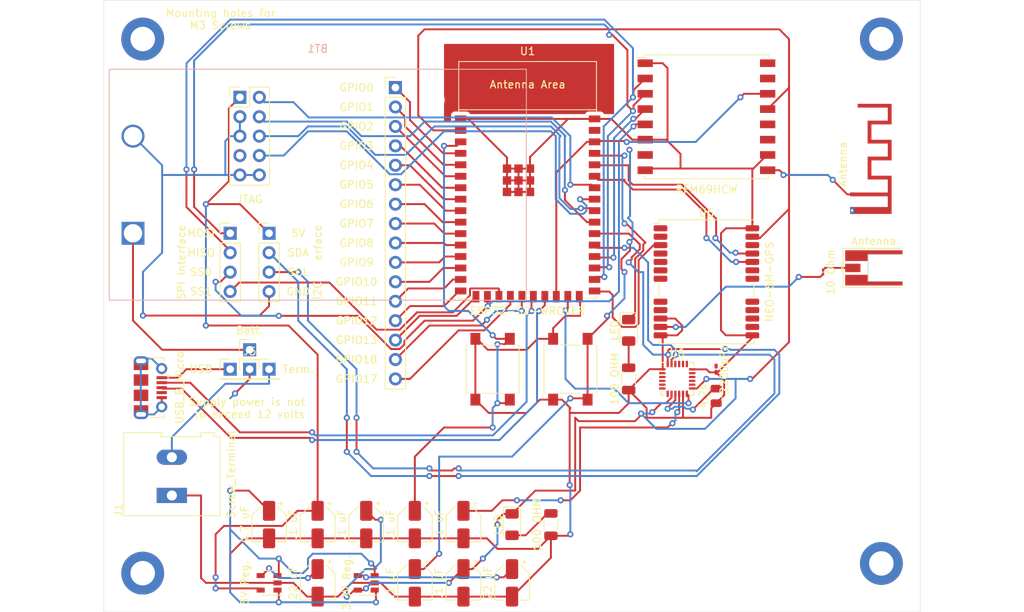
<source format=kicad_pcb>
(kicad_pcb (version 20171130) (host pcbnew "(5.1.9)-1")
  (title_block (title "GPS Puck PCB") (date 2022-07-25) (rev 1) (company "LeTourneau University"))
  (layers (0 F.Cu signal) (31 B.Cu signal) (34 B.Paste user) (35 F.Paste user) (36 B.SilkS user) (37 F.SilkS user) (38 B.Mask user) (39 F.Mask user) (44 Edge.Cuts user))
  (net 0 "")
  (net 1 GND)
  (net 2 /3.3V)
  (net 3 "Net-(2200pF1-Pad1)")
  (net 4 "Net-(AE1-Pad1)")
  (net 5 "Net-(AE2-Pad1)")
  (net 6 "Net-(BT1-Pad1)")
  (net 7 /VPP_SEL)
  (net 8 "Net-(C2-Pad1)")
  (net 9 "Net-(C3-Pad1)")
  (net 10 /5V)
  (net 11 /BOOT)
  (net 12 /RST)
  (net 13 /REGOUT)
  (net 14 "Net-(D1-Pad2)")
  (net 15 "Net-(D2-Pad2)")
  (net 16 /GPIO45)
  (net 17 "Net-(J1-Pad2)")
  (net 18 /D+)
  (net 19 "Net-(J2-Pad4)")
  (net 20 /VBUS)
  (net 21 /D-)
  (net 22 /MTDI)
  (net 23 "Net-(J7-Pad7)")
  (net 24 /MTDO)
  (net 25 /MTCK)
  (net 26 /MTMS)
  (net 27 /GPIO17)
  (net 28 /GPIO18)
  (net 29 /GPIO13)
  (net 30 /GPIO12)
  (net 31 /GPIO11)
  (net 32 /GPIO10)
  (net 33 /GPIO9)
  (net 34 /GPIO8)
  (net 35 /GPIO7)
  (net 36 /GPIO6)
  (net 37 /GPIO5)
  (net 38 /GPIO4)
  (net 39 /GPIO3)
  (net 40 /GPIO2)
  (net 41 /GPIO1)
  (net 42 /GPIO0)
  (net 43 /SS1)
  (net 44 /SS0)
  (net 45 /MISO)
  (net 46 /MOSI)
  (net 47 /SCL)
  (net 48 /SDA)
  (net 49 "Net-(R2-Pad1)")
  (net 50 "Net-(R3-Pad1)")
  (net 51 /RFDIO0)
  (net 52 /GPSRX)
  (net 53 /GPSTX)
  (net 54 /SCK)
  (net 55 /IPPS)
  (net 56 /ACCINT)
  (net 57 "Net-(U4-Pad16)")
  (net 58 "Net-(U4-Pad15)")
  (net 59 "Net-(U4-Pad12)")
  (net 60 "Net-(U4-Pad11)")
  (net 61 "Net-(U4-Pad7)")
  (net 62 "Net-(U5-Pad22)")
  (net 63 "Net-(U5-Pad19)")
  (net 64 "Net-(U5-Pad18)")
  (net 65 "Net-(U5-Pad17)")
  (net 66 "Net-(U5-Pad16)")
  (net 67 "Net-(U5-Pad15)")
  (net 68 "Net-(U5-Pad14)")
  (net 69 "Net-(U5-Pad8)")
  (net 70 "Net-(U5-Pad7)")
  (net 71 "Net-(U5-Pad6)")
  (net 72 "Net-(U5-Pad5)")
  (net 73 "Net-(U5-Pad4)")
  (net 74 "Net-(U5-Pad2)")
  (net 75 "Net-(U6-Pad7)")
  (net 76 "Net-(U6-Pad6)")
  (module MountingHole:MountingHole_3.2mm_M3_DIN965_Pad_TopBottom (layer F.Cu) (at 171.45 64.77)
    (fp_text reference REF**)
    (fp_text value MountingHole_3.2mm_M3_DIN965_Pad_TopBottom)
    (pad 1 thru_hole circle (at 0 0) (size 3.6 3.6) (drill 3.2) (layers *.Cu *.Mask))
    (pad 1 connect circle (at 0 0) (size 5.6 5.6) (layers F.Cu F.Mask))
    (pad 1 connect circle (at 0 0) (size 5.6 5.6) (layers B.Cu B.Mask))
  )
  (module MountingHole:MountingHole_3.2mm_M3_DIN965_Pad_TopBottom (layer F.Cu) (at 171.45 133.35)
    (fp_text reference REF**)
    (fp_text value MountingHole_3.2mm_M3_DIN965_Pad_TopBottom)
    (pad 1 thru_hole circle (at 0 0) (size 3.6 3.6) (drill 3.2) (layers *.Cu *.Mask))
    (pad 1 connect circle (at 0 0) (size 5.6 5.6) (layers F.Cu F.Mask))
    (pad 1 connect circle (at 0 0) (size 5.6 5.6) (layers B.Cu B.Mask))
  )
  (module MountingHole:MountingHole_3.2mm_M3_DIN965_Pad_TopBottom (layer F.Cu) (at 74.93 134.62)
    (fp_text reference REF**)
    (fp_text value MountingHole_3.2mm_M3_DIN965_Pad_TopBottom)
    (pad 1 thru_hole circle (at 0 0) (size 3.6 3.6) (drill 3.2) (layers *.Cu *.Mask))
    (pad 1 connect circle (at 0 0) (size 5.6 5.6) (layers F.Cu F.Mask))
    (pad 1 connect circle (at 0 0) (size 5.6 5.6) (layers B.Cu B.Mask))
  )
  (module MountingHole:MountingHole_3.2mm_M3_DIN965_Pad_TopBottom (layer F.Cu) (at 74.93 64.77)
    (fp_text reference REF**)
    (fp_text value MountingHole_3.2mm_M3_DIN965_Pad_TopBottom)
    (pad 1 connect circle (at 0 0) (size 5.6 5.6) (layers B.Cu B.Mask))
    (pad 1 connect circle (at 0 0) (size 5.6 5.6) (layers F.Cu F.Mask))
    (pad 1 thru_hole circle (at 0 0) (size 3.6 3.6) (drill 3.2) (layers *.Cu *.Mask))
  )
  (module Sensor_Motion:InvenSense_QFN-24_4x4mm_P0.5mm (layer F.Cu) (at 144.78 109.22)
    (fp_text reference U6 (at 0 -3.375) (layer F.SilkS))
    (fp_text value MPU-6050)
    (pad 24 smd roundrect (at -1.25 -1.95 90) (size 0.85 0.3) (layers F.Cu F.Paste F.Mask) (net 48 /SDA))
    (pad 23 smd roundrect (at -0.75 -1.95 90) (size 0.85 0.3) (layers F.Cu F.Paste F.Mask) (net 47 /SCL))
    (pad 22 smd roundrect (at -0.25 -1.95 90) (size 0.85 0.3) (layers F.Cu F.Paste F.Mask))
    (pad 21 smd roundrect (at 0.25 -1.95 90) (size 0.85 0.3) (layers F.Cu F.Paste F.Mask))
    (pad 20 smd roundrect (at 0.75 -1.95 90) (size 0.85 0.3) (layers F.Cu F.Paste F.Mask) (net 3 "Net-(2200pF1-Pad1)"))
    (pad 19 smd roundrect (at 1.25 -1.95 90) (size 0.85 0.3) (layers F.Cu F.Paste F.Mask))
    (pad 18 smd roundrect (at 1.95 -1.25) (size 0.85 0.3) (layers F.Cu F.Paste F.Mask) (net 1 GND))
    (pad 17 smd roundrect (at 1.95 -0.75) (size 0.85 0.3) (layers F.Cu F.Paste F.Mask))
    (pad 16 smd roundrect (at 1.95 -0.25) (size 0.85 0.3) (layers F.Cu F.Paste F.Mask))
    (pad 15 smd roundrect (at 1.95 0.25) (size 0.85 0.3) (layers F.Cu F.Paste F.Mask))
    (pad 14 smd roundrect (at 1.95 0.75) (size 0.85 0.3) (layers F.Cu F.Paste F.Mask))
    (pad 13 smd roundrect (at 1.95 1.25) (size 0.85 0.3) (layers F.Cu F.Paste F.Mask) (net 2 /3.3V))
    (pad 12 smd roundrect (at 1.25 1.95 90) (size 0.85 0.3) (layers F.Cu F.Paste F.Mask) (net 56 /ACCINT))
    (pad 11 smd roundrect (at 0.75 1.95 90) (size 0.85 0.3) (layers F.Cu F.Paste F.Mask) (net 1 GND))
    (pad 10 smd roundrect (at 0.25 1.95 90) (size 0.85 0.3) (layers F.Cu F.Paste F.Mask) (net 13 /REGOUT))
    (pad 9 smd roundrect (at -0.25 1.95 90) (size 0.85 0.3) (layers F.Cu F.Paste F.Mask) (net 50 "Net-(R3-Pad1)"))
    (pad 8 smd roundrect (at -0.75 1.95 90) (size 0.85 0.3) (layers F.Cu F.Paste F.Mask) (net 2 /3.3V))
    (pad 7 smd roundrect (at -1.25 1.95 90) (size 0.85 0.3) (layers F.Cu F.Paste F.Mask) (net 75 "Net-(U6-Pad7)"))
    (pad 6 smd roundrect (at -1.95 1.25) (size 0.85 0.3) (layers F.Cu F.Paste F.Mask) (net 76 "Net-(U6-Pad6)"))
    (pad 5 smd roundrect (at -1.95 0.75) (size 0.85 0.3) (layers F.Cu F.Paste F.Mask))
    (pad 4 smd roundrect (at -1.95 0.25) (size 0.85 0.3) (layers F.Cu F.Paste F.Mask))
    (pad 3 smd roundrect (at -1.95 -0.25) (size 0.85 0.3) (layers F.Cu F.Paste F.Mask))
    (pad 2 smd roundrect (at -1.95 -0.75) (size 0.85 0.3) (layers F.Cu F.Paste F.Mask))
    (pad 1 smd roundrect (at -1.95 -1.25) (size 0.85 0.3) (layers F.Cu F.Paste F.Mask) (net 1 GND))
  )
  (module RF_GPS:ublox_NEO (layer F.Cu) (at 148.59 96.52)
    (fp_text reference U5 (at 0 -9) (layer F.SilkS))
    (fp_text value NEO-6M-GPS (at 8.255 0 90) (layer F.SilkS))
    (pad 24 smd roundrect (at 6 -7) (size 1.8 0.8) (layers F.Cu F.Paste F.Mask) (net 1 GND))
    (pad 23 smd roundrect (at 6 -5.9) (size 1.8 0.8) (layers F.Cu F.Paste F.Mask) (net 2 /3.3V))
    (pad 22 smd roundrect (at 6 -4.8) (size 1.8 0.8) (layers F.Cu F.Paste F.Mask) (net 62 "Net-(U5-Pad22)"))
    (pad 21 smd roundrect (at 6 -3.7) (size 1.8 0.8) (layers F.Cu F.Paste F.Mask) (net 52 /GPSRX))
    (pad 20 smd roundrect (at 6 -2.6) (size 1.8 0.8) (layers F.Cu F.Paste F.Mask) (net 53 /GPSTX))
    (pad 19 smd roundrect (at 6 -1.5) (size 1.8 0.8) (layers F.Cu F.Paste F.Mask) (net 63 "Net-(U5-Pad19)"))
    (pad 18 smd roundrect (at 6 -0.4) (size 1.8 0.8) (layers F.Cu F.Paste F.Mask) (net 64 "Net-(U5-Pad18)"))
    (pad 17 smd roundrect (at 6 2.6) (size 1.8 0.8) (layers F.Cu F.Paste F.Mask) (net 65 "Net-(U5-Pad17)"))
    (pad 16 smd roundrect (at 6 3.7) (size 1.8 0.8) (layers F.Cu F.Paste F.Mask) (net 66 "Net-(U5-Pad16)"))
    (pad 15 smd roundrect (at 6 4.8) (size 1.8 0.8) (layers F.Cu F.Paste F.Mask) (net 67 "Net-(U5-Pad15)"))
    (pad 14 smd roundrect (at 6 5.9) (size 1.8 0.8) (layers F.Cu F.Paste F.Mask) (net 68 "Net-(U5-Pad14)"))
    (pad 13 smd roundrect (at 6 7) (size 1.8 0.8) (layers F.Cu F.Paste F.Mask) (net 1 GND))
    (pad 12 smd roundrect (at -6 7) (size 1.8 0.8) (layers F.Cu F.Paste F.Mask) (net 1 GND))
    (pad 11 smd roundrect (at -6 5.9) (size 1.8 0.8) (layers F.Cu F.Paste F.Mask) (net 49 "Net-(R2-Pad1)"))
    (pad 10 smd roundrect (at -6 4.8) (size 1.8 0.8) (layers F.Cu F.Paste F.Mask) (net 1 GND))
    (pad 9 smd roundrect (at -6 3.7) (size 1.8 0.8) (layers F.Cu F.Paste F.Mask) (net 69 "Net-(U5-Pad8)"))
    (pad 8 smd roundrect (at -6 2.6) (size 1.8 0.8) (layers F.Cu F.Paste F.Mask) (net 69 "Net-(U5-Pad8)"))
    (pad 7 smd roundrect (at -6 -0.4) (size 1.8 0.8) (layers F.Cu F.Paste F.Mask) (net 70 "Net-(U5-Pad7)"))
    (pad 6 smd roundrect (at -6 -1.5) (size 1.8 0.8) (layers F.Cu F.Paste F.Mask) (net 71 "Net-(U5-Pad6)"))
    (pad 5 smd roundrect (at -6 -2.6) (size 1.8 0.8) (layers F.Cu F.Paste F.Mask) (net 72 "Net-(U5-Pad5)"))
    (pad 4 smd roundrect (at -6 -3.7) (size 1.8 0.8) (layers F.Cu F.Paste F.Mask) (net 73 "Net-(U5-Pad4)"))
    (pad 3 smd roundrect (at -6 -4.8) (size 1.8 0.8) (layers F.Cu F.Paste F.Mask) (net 55 /IPPS))
    (pad 2 smd roundrect (at -6 -5.9) (size 1.8 0.8) (layers F.Cu F.Paste F.Mask) (net 74 "Net-(U5-Pad2)"))
    (pad 1 smd roundrect (at -6 -7) (size 1.8 0.8) (layers F.Cu F.Paste F.Mask))
  )
  (module RF_Module:HOPERF_RFM9XW_SMD (layer F.Cu) (at 148.59 74.93)
    (fp_text reference U4)
    (fp_text value RFM69HCW (at 0 9.5) (layer F.SilkS))
    (pad 16 smd rect (at 8 -7) (size 2 1) (layers F.Cu F.Paste F.Mask) (net 57 "Net-(U4-Pad16)"))
    (pad 15 smd rect (at 8 -5) (size 2 1) (layers F.Cu F.Paste F.Mask) (net 58 "Net-(U4-Pad15)"))
    (pad 14 smd rect (at 8 -3) (size 2 1) (layers F.Cu F.Paste F.Mask) (net 51 /RFDIO0))
    (pad 13 smd rect (at 8 -1) (size 2 1) (layers F.Cu F.Paste F.Mask) (net 2 /3.3V))
    (pad 12 smd rect (at 8 1) (size 2 1) (layers F.Cu F.Paste F.Mask) (net 59 "Net-(U4-Pad12)"))
    (pad 11 smd rect (at 8 3) (size 2 1) (layers F.Cu F.Paste F.Mask) (net 60 "Net-(U4-Pad11)"))
    (pad 10 smd rect (at 8 5) (size 2 1) (layers F.Cu F.Paste F.Mask) (net 1 GND))
    (pad 9 smd rect (at 8 7) (size 2 1) (layers F.Cu F.Paste F.Mask) (net 5 "Net-(AE2-Pad1)"))
    (pad 8 smd rect (at -8 7) (size 2 1) (layers F.Cu F.Paste F.Mask) (net 1 GND))
    (pad 7 smd rect (at -8 5) (size 2 1) (layers F.Cu F.Paste F.Mask) (net 61 "Net-(U4-Pad7)"))
    (pad 6 smd rect (at -8 3) (size 2 1) (layers F.Cu F.Paste F.Mask) (net 1 GND))
    (pad 5 smd rect (at -8 1) (size 2 1) (layers F.Cu F.Paste F.Mask) (net 44 /SS0))
    (pad 4 smd rect (at -8 -1) (size 2 1) (layers F.Cu F.Paste F.Mask) (net 54 /SCK))
    (pad 3 smd rect (at -8 -3) (size 2 1) (layers F.Cu F.Paste F.Mask) (net 46 /MOSI))
    (pad 2 smd rect (at -8 -5) (size 2 1) (layers F.Cu F.Paste F.Mask) (net 45 /MISO))
    (pad 1 smd rect (at -8 -7) (size 2 1) (layers F.Cu F.Paste F.Mask) (net 1 GND))
  )
  (module Package_TO_SOT_SMD:SOT-23-5 (layer F.Cu) (at 91.44 135.89 180)
    (fp_text reference "5V Reg." (at 3.175 0 90) (layer F.SilkS))
    (fp_text value MIC5219-5.0YM5)
    (pad 5 smd rect (at 1.1 -0.95 180) (size 1.06 0.65) (layers F.Cu F.Paste F.Mask) (net 10 /5V))
    (pad 4 smd rect (at 1.1 0.95 180) (size 1.06 0.65) (layers F.Cu F.Paste F.Mask) (net 9 "Net-(C3-Pad1)"))
    (pad 3 smd rect (at -1.1 0.95 180) (size 1.06 0.65) (layers F.Cu F.Paste F.Mask) (net 7 /VPP_SEL))
    (pad 2 smd rect (at -1.1 0 180) (size 1.06 0.65) (layers F.Cu F.Paste F.Mask) (net 1 GND))
    (pad 1 smd rect (at -1.1 -0.95 180) (size 1.06 0.65) (layers F.Cu F.Paste F.Mask) (net 7 /VPP_SEL))
  )
  (module Package_TO_SOT_SMD:SOT-23-5 (layer F.Cu) (at 104.14 135.89 180)
    (fp_text reference "3.3V Reg." (at 2.54 0 90) (layer F.SilkS))
    (fp_text value MIC5219-3.3YM5)
    (pad 5 smd rect (at 1.1 -0.95 180) (size 1.06 0.65) (layers F.Cu F.Paste F.Mask) (net 2 /3.3V))
    (pad 4 smd rect (at 1.1 0.95 180) (size 1.06 0.65) (layers F.Cu F.Paste F.Mask) (net 8 "Net-(C2-Pad1)"))
    (pad 3 smd rect (at -1.1 0.95 180) (size 1.06 0.65) (layers F.Cu F.Paste F.Mask) (net 7 /VPP_SEL))
    (pad 2 smd rect (at -1.1 0 180) (size 1.06 0.65) (layers F.Cu F.Paste F.Mask) (net 1 GND))
    (pad 1 smd rect (at -1.1 -0.95 180) (size 1.06 0.65) (layers F.Cu F.Paste F.Mask) (net 7 /VPP_SEL))
  )
  (module Espressif:ESP32-S2-WROVER (layer F.Cu) (at 125.225 86.365)
    (fp_text reference U1 (at 0 -20) (layer F.SilkS))
    (fp_text value ESP32-S2-WROVER (at 0 13.97) (layer F.SilkS))
    (fp_text user "Antenna Area" (at 0 -15.65) (layer F.SilkS))
    (pad 43 smd rect (at -2.69 -4.65 180) (size 1.1 1.1) (layers F.Cu F.Paste F.Mask) (net 1 GND))
    (pad 43 smd rect (at -2.69 -3.1 180) (size 1.1 1.1) (layers F.Cu F.Paste F.Mask) (net 1 GND))
    (pad 43 smd rect (at -2.69 -1.6 180) (size 1.1 1.1) (layers F.Cu F.Paste F.Mask) (net 1 GND))
    (pad 43 smd rect (at -1.19 -1.6 180) (size 1.1 1.1) (layers F.Cu F.Paste F.Mask) (net 1 GND))
    (pad 43 smd rect (at 0.31 -1.6 180) (size 1.1 1.1) (layers F.Cu F.Paste F.Mask) (net 1 GND))
    (pad 43 smd rect (at 0.31 -3.1 180) (size 1.1 1.1) (layers F.Cu F.Paste F.Mask) (net 1 GND))
    (pad 43 smd rect (at 0.31 -4.65 180) (size 1.1 1.1) (layers F.Cu F.Paste F.Mask) (net 1 GND))
    (pad 43 smd rect (at -1.19 -4.65 180) (size 1.1 1.1) (layers F.Cu F.Paste F.Mask) (net 1 GND))
    (pad 43 smd rect (at -1.19 -3.1 180) (size 1.1 1.1) (layers F.Cu F.Paste F.Mask) (net 1 GND))
    (pad 42 smd rect (at 8.75 -11.15 180) (size 1.5 0.9) (layers F.Cu F.Paste F.Mask) (net 1 GND))
    (pad 41 smd rect (at 8.75 -9.65 180) (size 1.5 0.9) (layers F.Cu F.Paste F.Mask) (net 12 /RST))
    (pad 40 smd rect (at 8.75 -8.15 180) (size 1.5 0.9) (layers F.Cu F.Paste F.Mask) (net 51 /RFDIO0))
    (pad 39 smd rect (at 8.75 -6.65 180) (size 1.5 0.9) (layers F.Cu F.Paste F.Mask) (net 16 /GPIO45))
    (pad 38 smd rect (at 8.75 -5.15 180) (size 1.5 0.9) (layers F.Cu F.Paste F.Mask) (net 52 /GPSRX))
    (pad 37 smd rect (at 8.75 -3.65 180) (size 1.5 0.9) (layers F.Cu F.Paste F.Mask) (net 53 /GPSTX))
    (pad 36 smd rect (at 8.75 -2.15 180) (size 1.5 0.9) (layers F.Cu F.Paste F.Mask) (net 26 /MTMS))
    (pad 35 smd rect (at 8.75 -0.65 180) (size 1.5 0.9) (layers F.Cu F.Paste F.Mask) (net 22 /MTDI))
    (pad 34 smd rect (at 8.75 0.85 180) (size 1.5 0.9) (layers F.Cu F.Paste F.Mask) (net 24 /MTDO))
    (pad 33 smd rect (at 8.75 2.35 180) (size 1.5 0.9) (layers F.Cu F.Paste F.Mask) (net 25 /MTCK))
    (pad 32 smd rect (at 8.75 3.85 180) (size 1.5 0.9) (layers F.Cu F.Paste F.Mask) (net 48 /SDA))
    (pad 31 smd rect (at 8.75 5.35 180) (size 1.5 0.9) (layers F.Cu F.Paste F.Mask) (net 47 /SCL))
    (pad 30 smd rect (at 8.75 6.85 180) (size 1.5 0.9) (layers F.Cu F.Paste F.Mask) (net 54 /SCK))
    (pad 29 smd rect (at 8.75 8.35 180) (size 1.5 0.9) (layers F.Cu F.Paste F.Mask) (net 46 /MOSI))
    (pad 28 smd rect (at 8.75 9.85 180) (size 1.5 0.9) (layers F.Cu F.Paste F.Mask) (net 45 /MISO))
    (pad 27 smd rect (at 8.75 11.35 180) (size 1.5 0.9) (layers F.Cu F.Paste F.Mask) (net 55 /IPPS))
    (pad 26 smd rect (at 6.75 12.1 90) (size 1.5 0.9) (layers F.Cu F.Paste F.Mask) (net 1 GND))
    (pad 25 smd rect (at 5.25 12.1 90) (size 1.5 0.9) (layers F.Cu F.Paste F.Mask) (net 56 /ACCINT))
    (pad 24 smd rect (at 3.75 12.1 90) (size 1.5 0.9) (layers F.Cu F.Paste F.Mask) (net 51 /RFDIO0))
    (pad 23 smd rect (at 2.25 12.1 90) (size 1.5 0.9) (layers F.Cu F.Paste F.Mask) (net 18 /D+))
    (pad 22 smd rect (at 0.75 12.1 90) (size 1.5 0.9) (layers F.Cu F.Paste F.Mask) (net 21 /D-))
    (pad 21 smd rect (at -0.75 12.1 90) (size 1.5 0.9) (layers F.Cu F.Paste F.Mask) (net 28 /GPIO18))
    (pad 20 smd rect (at -2.25 12.1 90) (size 1.5 0.9) (layers F.Cu F.Paste F.Mask) (net 27 /GPIO17))
    (pad 19 smd rect (at -3.75 12.1 90) (size 1.5 0.9) (layers F.Cu F.Paste F.Mask) (net 43 /SS1))
    (pad 18 smd rect (at -5.25 12.1 90) (size 1.5 0.9) (layers F.Cu F.Paste F.Mask) (net 44 /SS0))
    (pad 17 smd rect (at -6.75 12.1 90) (size 1.5 0.9) (layers F.Cu F.Paste F.Mask) (net 29 /GPIO13))
    (pad 1 smd rect (at -8.75 -11.15) (size 1.5 0.9) (layers F.Cu F.Paste F.Mask) (net 1 GND))
    (pad 2 smd rect (at -8.75 -9.65) (size 1.5 0.9) (layers F.Cu F.Paste F.Mask) (net 2 /3.3V))
    (pad 3 smd rect (at -8.75 -8.15) (size 1.5 0.9) (layers F.Cu F.Paste F.Mask) (net 11 /BOOT))
    (pad 4 smd rect (at -8.75 -6.65) (size 1.5 0.9) (layers F.Cu F.Paste F.Mask) (net 42 /GPIO0))
    (pad 5 smd rect (at -8.75 -5.15) (size 1.5 0.9) (layers F.Cu F.Paste F.Mask) (net 41 /GPIO1))
    (pad 6 smd rect (at -8.75 -3.65) (size 1.5 0.9) (layers F.Cu F.Paste F.Mask) (net 40 /GPIO2))
    (pad 7 smd rect (at -8.75 -2.15) (size 1.5 0.9) (layers F.Cu F.Paste F.Mask) (net 39 /GPIO3))
    (pad 8 smd rect (at -8.75 -0.65) (size 1.5 0.9) (layers F.Cu F.Paste F.Mask) (net 38 /GPIO4))
    (pad 9 smd rect (at -8.75 0.85) (size 1.5 0.9) (layers F.Cu F.Paste F.Mask) (net 37 /GPIO5))
    (pad 10 smd rect (at -8.75 2.35) (size 1.5 0.9) (layers F.Cu F.Paste F.Mask) (net 36 /GPIO6))
    (pad 11 smd rect (at -8.75 3.85) (size 1.5 0.9) (layers F.Cu F.Paste F.Mask) (net 35 /GPIO7))
    (pad 12 smd rect (at -8.75 5.35) (size 1.5 0.9) (layers F.Cu F.Paste F.Mask) (net 34 /GPIO8))
    (pad 13 smd rect (at -8.75 6.85) (size 1.5 0.9) (layers F.Cu F.Paste F.Mask) (net 33 /GPIO9))
    (pad 14 smd rect (at -8.75 8.35) (size 1.5 0.9) (layers F.Cu F.Paste F.Mask) (net 32 /GPIO10))
    (pad 15 smd rect (at -8.75 9.85) (size 1.5 0.9) (layers F.Cu F.Paste F.Mask) (net 31 /GPIO11))
    (pad 16 smd rect (at -8.75 11.35) (size 1.5 0.9) (layers F.Cu F.Paste F.Mask) (net 30 /GPIO12))
  )
  (module Button_Switch_SMD:SW_SPST_B3S-1000 (layer F.Cu) (at 130.81 107.95 90)
    (fp_text reference SW2)
    (fp_text value SW_Push)
    (pad 2 smd rect (at 3.975 2.25 90) (size 1.55 1.3) (layers F.Cu F.Paste F.Mask) (net 12 /RST))
    (pad 2 smd rect (at -3.975 2.25 90) (size 1.55 1.3) (layers F.Cu F.Paste F.Mask) (net 12 /RST))
    (pad 1 smd rect (at 3.975 -2.25 90) (size 1.55 1.3) (layers F.Cu F.Paste F.Mask) (net 1 GND))
    (pad 1 smd rect (at -3.975 -2.25 90) (size 1.55 1.3) (layers F.Cu F.Paste F.Mask) (net 1 GND))
  )
  (module Button_Switch_SMD:SW_SPST_B3S-1000 (layer F.Cu) (at 120.65 107.95 90)
    (fp_text reference SW1)
    (fp_text value SW_Push)
    (pad 2 smd rect (at 3.975 2.25 90) (size 1.55 1.3) (layers F.Cu F.Paste F.Mask) (net 11 /BOOT))
    (pad 2 smd rect (at -3.975 2.25 90) (size 1.55 1.3) (layers F.Cu F.Paste F.Mask) (net 11 /BOOT))
    (pad 1 smd rect (at 3.975 -2.25 90) (size 1.55 1.3) (layers F.Cu F.Paste F.Mask) (net 1 GND))
    (pad 1 smd rect (at -3.975 -2.25 90) (size 1.55 1.3) (layers F.Cu F.Paste F.Mask) (net 1 GND))
  )
  (module Resistor_SMD:R_1206_3216Metric (layer F.Cu) (at 138.43 109.22 270)
    (fp_text reference R4)
    (fp_text value "100 OHM" (at 0 1.82 90) (layer F.SilkS))
    (pad 2 smd roundrect (at 1.4625 0 270) (size 1.125 1.75) (layers F.Cu F.Paste F.Mask) (roundrect_rratio 0.222222) (net 1 GND))
    (pad 1 smd roundrect (at -1.4625 0 270) (size 1.125 1.75) (layers F.Cu F.Paste F.Mask) (roundrect_rratio 0.222222) (net 15 "Net-(D2-Pad2)"))
  )
  (module Capacitor_SMD:C_0805_2012Metric (layer F.Cu) (at 149.86 111.44 270)
    (fp_text reference R3)
    (fp_text value 4.7k (at 0 1.68 90) (layer F.SilkS))
    (pad 2 smd roundrect (at 0.95 0 270) (size 1 1.45) (layers F.Cu F.Paste F.Mask) (net 1 GND))
    (pad 1 smd roundrect (at -0.95 0 270) (size 1 1.45) (layers F.Cu F.Paste F.Mask) (net 50 "Net-(R3-Pad1)"))
  )
  (module Resistor_SMD:R_01005_0402Metric (layer F.Cu) (at 163.83 95.25 90)
    (fp_text reference R2)
    (fp_text value "10 Ohm" (at 0 1 90) (layer F.SilkS))
    (pad 1 smd roundrect (at -0.25 0 90) (size 0.4 0.3) (layers F.Cu F.Mask) (net 49 "Net-(R2-Pad1)"))
    (pad 2 smd roundrect (at 0.25 0 90) (size 0.4 0.3) (layers F.Cu F.Mask) (net 4 "Net-(AE1-Pad1)"))
  )
  (module Resistor_SMD:R_1206_3216Metric (layer F.Cu) (at 128.27 128.27 270)
    (fp_text reference R1)
    (fp_text value "100 OHM" (at 0 1.82 90) (layer F.SilkS))
    (pad 1 smd roundrect (at -1.4625 0 270) (size 1.125 1.75) (layers F.Cu F.Paste F.Mask) (roundrect_rratio 0.222222) (net 14 "Net-(D1-Pad2)"))
    (pad 2 smd roundrect (at 1.4625 0 270) (size 1.125 1.75) (layers F.Cu F.Paste F.Mask) (roundrect_rratio 0.222222) (net 1 GND))
  )
  (module Connector_PinHeader_2.54mm:PinHeader_1x04_P2.54mm_Vertical (layer F.Cu) (at 91.44 90.17)
    (fp_text reference J10)
    (fp_text value "I2C Interface" (at 6.35 3.81 90) (layer F.SilkS))
    (pad 1 thru_hole rect (at 0 0) (size 1.7 1.7) (drill 1) (layers *.Cu *.Mask) (net 10 /5V))
    (pad 2 thru_hole oval (at 0 2.54) (size 1.7 1.7) (drill 1) (layers *.Cu *.Mask) (net 48 /SDA))
    (pad 3 thru_hole oval (at 0 5.08) (size 1.7 1.7) (drill 1) (layers *.Cu *.Mask) (net 47 /SCL))
    (pad 4 thru_hole oval (at 0 7.62) (size 1.7 1.7) (drill 1) (layers *.Cu *.Mask) (net 1 GND))
  )
  (module Connector_PinHeader_2.54mm:PinHeader_1x04_P2.54mm_Vertical (layer F.Cu) (at 86.36 90.17)
    (fp_text reference J9)
    (fp_text value "SPI Interface" (at -6.35 3.81 90) (layer F.SilkS))
    (pad 4 thru_hole oval (at 0 7.62) (size 1.7 1.7) (drill 1) (layers *.Cu *.Mask) (net 43 /SS1))
    (pad 3 thru_hole oval (at 0 5.08) (size 1.7 1.7) (drill 1) (layers *.Cu *.Mask) (net 44 /SS0))
    (pad 2 thru_hole oval (at 0 2.54) (size 1.7 1.7) (drill 1) (layers *.Cu *.Mask) (net 45 /MISO))
    (pad 1 thru_hole rect (at 0 0) (size 1.7 1.7) (drill 1) (layers *.Cu *.Mask) (net 46 /MOSI))
  )
  (module Connector_PinHeader_2.54mm:PinHeader_1x16_P2.54mm_Vertical (layer F.Cu) (at 107.95 71.12)
    (fp_text reference J8)
    (fp_text value Conn_01x16_Female hide)
    (pad 16 thru_hole oval (at 0 38.1) (size 1.7 1.7) (drill 1) (layers *.Cu *.Mask) (net 27 /GPIO17))
    (pad 15 thru_hole oval (at 0 35.56) (size 1.7 1.7) (drill 1) (layers *.Cu *.Mask) (net 28 /GPIO18))
    (pad 14 thru_hole oval (at 0 33.02) (size 1.7 1.7) (drill 1) (layers *.Cu *.Mask) (net 29 /GPIO13))
    (pad 13 thru_hole oval (at 0 30.48) (size 1.7 1.7) (drill 1) (layers *.Cu *.Mask) (net 30 /GPIO12))
    (pad 12 thru_hole oval (at 0 27.94) (size 1.7 1.7) (drill 1) (layers *.Cu *.Mask) (net 31 /GPIO11))
    (pad 11 thru_hole oval (at 0 25.4) (size 1.7 1.7) (drill 1) (layers *.Cu *.Mask) (net 32 /GPIO10))
    (pad 10 thru_hole oval (at 0 22.86) (size 1.7 1.7) (drill 1) (layers *.Cu *.Mask) (net 33 /GPIO9))
    (pad 9 thru_hole oval (at 0 20.32) (size 1.7 1.7) (drill 1) (layers *.Cu *.Mask) (net 34 /GPIO8))
    (pad 8 thru_hole oval (at 0 17.78) (size 1.7 1.7) (drill 1) (layers *.Cu *.Mask) (net 35 /GPIO7))
    (pad 7 thru_hole oval (at 0 15.24) (size 1.7 1.7) (drill 1) (layers *.Cu *.Mask) (net 36 /GPIO6))
    (pad 6 thru_hole oval (at 0 12.7) (size 1.7 1.7) (drill 1) (layers *.Cu *.Mask) (net 37 /GPIO5))
    (pad 5 thru_hole oval (at 0 10.16) (size 1.7 1.7) (drill 1) (layers *.Cu *.Mask) (net 38 /GPIO4))
    (pad 4 thru_hole oval (at 0 7.62) (size 1.7 1.7) (drill 1) (layers *.Cu *.Mask) (net 39 /GPIO3))
    (pad 3 thru_hole oval (at 0 5.08) (size 1.7 1.7) (drill 1) (layers *.Cu *.Mask) (net 40 /GPIO2))
    (pad 2 thru_hole oval (at 0 2.54) (size 1.7 1.7) (drill 1) (layers *.Cu *.Mask) (net 41 /GPIO1))
    (pad 1 thru_hole rect (at 0 0) (size 1.7 1.7) (drill 1) (layers *.Cu *.Mask) (net 42 /GPIO0))
  )
  (module Connector_PinHeader_2.54mm:PinHeader_2x05_P2.54mm_Vertical (layer F.Cu) (at 87.63 72.39)
    (fp_text reference J7)
    (fp_text value JTAG (at 1.27 13.335) (layer F.SilkS))
    (pad 10 thru_hole oval (at 2.54 10.16) (size 1.7 1.7) (drill 1) (layers *.Cu *.Mask) (net 1 GND))
    (pad 9 thru_hole oval (at 0 10.16) (size 1.7 1.7) (drill 1) (layers *.Cu *.Mask) (net 1 GND))
    (pad 8 thru_hole oval (at 2.54 7.62) (size 1.7 1.7) (drill 1) (layers *.Cu *.Mask) (net 22 /MTDI))
    (pad 7 thru_hole oval (at 0 7.62) (size 1.7 1.7) (drill 1) (layers *.Cu *.Mask) (net 23 "Net-(J7-Pad7)"))
    (pad 6 thru_hole oval (at 2.54 5.08) (size 1.7 1.7) (drill 1) (layers *.Cu *.Mask) (net 24 /MTDO))
    (pad 5 thru_hole oval (at 0 5.08) (size 1.7 1.7) (drill 1) (layers *.Cu *.Mask) (net 1 GND))
    (pad 4 thru_hole oval (at 2.54 2.54) (size 1.7 1.7) (drill 1) (layers *.Cu *.Mask) (net 25 /MTCK))
    (pad 3 thru_hole oval (at 0 2.54) (size 1.7 1.7) (drill 1) (layers *.Cu *.Mask) (net 1 GND))
    (pad 2 thru_hole oval (at 2.54 0) (size 1.7 1.7) (drill 1) (layers *.Cu *.Mask) (net 26 /MTMS))
    (pad 1 thru_hole rect (at 0 0) (size 1.7 1.7) (drill 1) (layers *.Cu *.Mask) (net 10 /5V))
  )
  (module Connector_PinHeader_2.54mm:PinHeader_1x01_P2.54mm_Vertical (layer F.Cu) (at 88.9 105.41)
    (fp_text reference J6)
    (fp_text value Conn_01x01_Male)
    (pad 1 thru_hole rect (at 0 0) (size 1.7 1.7) (drill 1) (layers *.Cu *.Mask) (net 6 "Net-(BT1-Pad1)"))
  )
  (module Connector_PinHeader_2.54mm:PinHeader_1x01_P2.54mm_Vertical (layer F.Cu) (at 88.9 107.95)
    (fp_text reference J5 (at 0 -2.33) (layer F.SilkS))
    (fp_text value Conn_01x01_Male)
    (pad 1 thru_hole rect (at 0 0) (size 1.7 1.7) (drill 1) (layers *.Cu *.Mask) (net 7 /VPP_SEL))
  )
  (module Connector_PinHeader_2.54mm:PinHeader_1x01_P2.54mm_Vertical (layer F.Cu) (at 86.36 107.95)
    (fp_text reference J4)
    (fp_text value Conn_01x01_Male)
    (pad 1 thru_hole rect (at 0 0) (size 1.7 1.7) (drill 1) (layers *.Cu *.Mask) (net 20 /VBUS))
  )
  (module Connector_PinHeader_2.54mm:PinHeader_1x01_P2.54mm_Vertical (layer F.Cu) (at 91.44 107.95)
    (fp_text reference J3)
    (fp_text value Conn_01x01)
    (pad 1 thru_hole rect (at 0 0) (size 1.7 1.7) (drill 1) (layers *.Cu *.Mask) (net 17 "Net-(J1-Pad2)"))
  )
  (module Connector_USB:USB_Micro-B_Molex-105017-0001 (layer F.Cu) (at 75.946 110.363 270)
    (fp_text reference J2)
    (fp_text value USB_B_Micro (at 0 -3.81 90) (layer F.SilkS))
    (pad 6 smd rect (at -2.9 1.2375 270) (size 1.2 1.9) (layers F.Cu F.Mask) (net 1 GND))
    (pad 6 smd rect (at 2.9 1.2375 270) (size 1.2 1.9) (layers F.Cu F.Mask) (net 1 GND))
    (pad 6 thru_hole oval (at 3.5 1.2375 270) (size 1.2 1.9) (drill oval 0.6 1.3) (layers *.Cu *.Mask) (net 1 GND))
    (pad 6 thru_hole oval (at -3.5 1.2375 90) (size 1.2 1.9) (drill oval 0.6 1.3) (layers *.Cu *.Mask) (net 1 GND))
    (pad 6 smd rect (at -1 1.2375 270) (size 1.5 1.9) (layers F.Cu F.Paste F.Mask) (net 1 GND))
    (pad 6 thru_hole circle (at 2.5 -1.4625 270) (size 1.45 1.45) (drill 0.85) (layers *.Cu *.Mask) (net 1 GND))
    (pad 3 smd rect (at 0 -1.4625 270) (size 0.4 1.35) (layers F.Cu F.Paste F.Mask) (net 18 /D+))
    (pad 4 smd rect (at 0.65 -1.4625 270) (size 0.4 1.35) (layers F.Cu F.Paste F.Mask) (net 19 "Net-(J2-Pad4)"))
    (pad 5 smd rect (at 1.3 -1.4625 270) (size 0.4 1.35) (layers F.Cu F.Paste F.Mask) (net 1 GND))
    (pad 1 smd rect (at -1.3 -1.4625 270) (size 0.4 1.35) (layers F.Cu F.Paste F.Mask) (net 20 /VBUS))
    (pad 2 smd rect (at -0.65 -1.4625 270) (size 0.4 1.35) (layers F.Cu F.Paste F.Mask) (net 21 /D-))
    (pad 6 thru_hole circle (at -2.5 -1.4625 270) (size 1.45 1.45) (drill 0.85) (layers *.Cu *.Mask) (net 1 GND))
    (pad 6 smd rect (at 1 1.2375 270) (size 1.5 1.9) (layers F.Cu F.Paste F.Mask) (net 1 GND))
  )
  (module TerminalBlock:TerminalBlock_Altech_AK300-2_P5.00mm (layer F.Cu) (at 78.74 124.46 90)
    (fp_text reference J1 (at -1.92 -6.99 90) (layer F.SilkS))
    (fp_text value Screw_Terminal (at 2.78 7.75 90) (layer F.SilkS))
    (pad 2 thru_hole oval (at 5 0 90) (size 1.98 3.96) (drill 1.32) (layers *.Cu *.Mask) (net 17 "Net-(J1-Pad2)"))
    (pad 1 thru_hole rect (at 0 0 90) (size 1.98 3.96) (drill 1.32) (layers *.Cu *.Mask) (net 1 GND))
  )
  (module LED_SMD:LED_1206_3216Metric (layer F.Cu) (at 138.43 102.87 270)
    (fp_text reference D2)
    (fp_text value LED (at 0 1.82 90) (layer F.SilkS))
    (pad 2 smd roundrect (at 1.4 0 270) (size 1.25 1.75) (layers F.Cu F.Paste F.Mask) (roundrect_rratio 0.2) (net 15 "Net-(D2-Pad2)"))
    (pad 1 smd roundrect (at -1.4 0 270) (size 1.25 1.75) (layers F.Cu F.Paste F.Mask) (roundrect_rratio 0.2) (net 16 /GPIO45))
  )
  (module LED_SMD:LED_1206_3216Metric (layer F.Cu) (at 123.19 128.27 270)
    (fp_text reference D1)
    (fp_text value LED (at 0 1.82 90) (layer F.SilkS))
    (pad 1 smd roundrect (at -1.4 0 270) (size 1.25 1.75) (layers F.Cu F.Paste F.Mask) (roundrect_rratio 0.2) (net 2 /3.3V))
    (pad 2 smd roundrect (at 1.4 0 270) (size 1.25 1.75) (layers F.Cu F.Paste F.Mask) (roundrect_rratio 0.2) (net 14 "Net-(D1-Pad2)"))
  )
  (module Capacitor_SMD:CP_Elec_4x3 (layer F.Cu) (at 116.84 128.27 270)
    (fp_text reference C8)
    (fp_text value ".1 uF" (at 0 3.175 90) (layer F.SilkS))
    (pad 1 smd roundrect (at -1.8 0 270) (size 2.6 1.6) (layers F.Cu F.Paste F.Mask) (roundrect_rratio 0.15625) (net 13 /REGOUT))
    (pad 2 smd roundrect (at 1.8 0 270) (size 2.6 1.6) (layers F.Cu F.Paste F.Mask) (roundrect_rratio 0.15625) (net 1 GND))
  )
  (module Capacitor_SMD:CP_Elec_4x3 (layer F.Cu) (at 110.49 135.89 270)
    (fp_text reference C7)
    (fp_text value ".1 uF" (at 0 3.2 90) (layer F.SilkS))
    (pad 2 smd roundrect (at 1.8 0 270) (size 2.6 1.6) (layers F.Cu F.Paste F.Mask) (roundrect_rratio 0.15625) (net 1 GND))
    (pad 1 smd roundrect (at -1.8 0 270) (size 2.6 1.6) (layers F.Cu F.Paste F.Mask) (roundrect_rratio 0.15625) (net 12 /RST))
  )
  (module Capacitor_SMD:CP_Elec_4x3 (layer F.Cu) (at 110.49 128.27 270)
    (fp_text reference C6)
    (fp_text value ".1 uF" (at 0 3.2 90) (layer F.SilkS))
    (pad 2 smd roundrect (at 1.8 0 270) (size 2.6 1.6) (layers F.Cu F.Paste F.Mask) (roundrect_rratio 0.15625) (net 1 GND))
    (pad 1 smd roundrect (at -1.8 0 270) (size 2.6 1.6) (layers F.Cu F.Paste F.Mask) (roundrect_rratio 0.15625) (net 11 /BOOT))
  )
  (module Capacitor_SMD:CP_Elec_4x3 (layer F.Cu) (at 97.79 128.27 270)
    (fp_text reference C5)
    (fp_text value ".1 uF" (at 0 3.2 90) (layer F.SilkS))
    (pad 2 smd roundrect (at 1.8 0 270) (size 2.6 1.6) (layers F.Cu F.Paste F.Mask) (roundrect_rratio 0.15625) (net 1 GND))
    (pad 1 smd roundrect (at -1.8 0 270) (size 2.6 1.6) (layers F.Cu F.Paste F.Mask) (roundrect_rratio 0.15625) (net 10 /5V))
  )
  (module Capacitor_SMD:CP_Elec_4x3 (layer F.Cu) (at 104.14 128.27 270)
    (fp_text reference C4)
    (fp_text value ".1 uF" (at 0 3.2 90) (layer F.SilkS))
    (pad 2 smd roundrect (at 1.8 0 270) (size 2.6 1.6) (layers F.Cu F.Paste F.Mask) (roundrect_rratio 0.15625) (net 1 GND))
    (pad 1 smd roundrect (at -1.8 0 270) (size 2.6 1.6) (layers F.Cu F.Paste F.Mask) (roundrect_rratio 0.15625) (net 2 /3.3V))
  )
  (module Capacitor_SMD:CP_Elec_4x3 (layer F.Cu) (at 97.79 135.89 270)
    (fp_text reference C3)
    (fp_text value "22 uF" (at 0 3.2 90) (layer F.SilkS))
    (pad 2 smd roundrect (at 1.8 0 270) (size 2.6 1.6) (layers F.Cu F.Paste F.Mask) (roundrect_rratio 0.15625) (net 1 GND))
    (pad 1 smd roundrect (at -1.8 0 270) (size 2.6 1.6) (layers F.Cu F.Paste F.Mask) (roundrect_rratio 0.15625) (net 9 "Net-(C3-Pad1)"))
  )
  (module Capacitor_SMD:CP_Elec_4x3 (layer F.Cu) (at 123.19 135.89 270)
    (fp_text reference C2)
    (fp_text value "22 uF" (at 0 3.175 90) (layer F.SilkS))
    (pad 1 smd roundrect (at -1.8 0 270) (size 2.6 1.6) (layers F.Cu F.Paste F.Mask) (roundrect_rratio 0.15625) (net 8 "Net-(C2-Pad1)"))
    (pad 2 smd roundrect (at 1.8 0 270) (size 2.6 1.6) (layers F.Cu F.Paste F.Mask) (roundrect_rratio 0.15625) (net 1 GND))
  )
  (module Capacitor_SMD:CP_Elec_4x3 (layer F.Cu) (at 91.44 128.27 270)
    (fp_text reference C1)
    (fp_text value "4.7 uF" (at 0 3.2 90) (layer F.SilkS))
    (pad 2 smd roundrect (at 1.8 0 270) (size 2.6 1.6) (layers F.Cu F.Paste F.Mask) (roundrect_rratio 0.15625) (net 1 GND))
    (pad 1 smd roundrect (at -1.8 0 270) (size 2.6 1.6) (layers F.Cu F.Paste F.Mask) (roundrect_rratio 0.15625) (net 7 /VPP_SEL))
  )
  (module Battery:BatteryHolder_Eagle_12BH611-GR (layer B.Cu) (at 73.66 90.17 180)
    (fp_text reference BT1 (at -24.13 24.13 180) (layer B.SilkS) (effects (justify mirror)))
    (fp_text value Battery)
    (pad 2 thru_hole circle (at 0 12.7 180) (size 3 3) (drill 2.4) (layers *.Cu *.Mask) (net 1 GND))
    (pad 1 thru_hole rect (at 0 0 180) (size 3 3) (drill 2.4) (layers *.Cu *.Mask) (net 6 "Net-(BT1-Pad1)"))
    (pad "" np_thru_hole circle (at -10.9 17.45 180) (size 2.6 2.6) (drill 2.6) (layers *.Cu *.Mask))
    (pad "" np_thru_hole circle (at -38.9 17.45 180) (size 2.6 2.6) (drill 2.6) (layers *.Cu *.Mask))
    (pad "" np_thru_hole circle (at -24.15 -4.75 180) (size 2.6 2.6) (drill 2.6) (layers *.Cu *.Mask))
  )
  (module RF_Antenna:Texas_SWRA117D_2.4GHz_Left (layer F.Cu) (at 167.64 85.09 270)
    (fp_text reference Ae2)
    (fp_text value Antenna (at -3.95 1.21 90) (layer F.SilkS))
    (fp_poly (pts (xy -2.45 -2.51) (xy -4.45 -2.51) (xy -4.45 -5.15) (xy -7.15 -5.15) (xy -7.15 -2.51) (xy -9.15 -2.51) (xy -9.15 -5.15) (xy -11.85 -5.15) (xy -11.85 -0.71) (xy -11.35 -0.71) (xy -11.35 -4.65) (xy -9.65 -4.65) (xy -9.65 -2.01) (xy -6.65 -2.01) (xy -6.65 -4.65) (xy -4.95 -4.65) (xy -4.95 -2.01) (xy -1.95 -2.01) (xy -1.95 -4.65) (xy -0.25 -4.65) (xy -0.25 0.25) (xy 0.25 0.25) (xy 0.25 -4.65) (xy 1.65 -4.65) (xy 1.65 0.25) (xy 2.55 0.25) (xy 2.55 0.006785) (xy 2.247583 0.006785) (xy 2.237742 0.054395) (xy 2.213674 0.096797) (xy 2.175731 0.129581) (xy 2.167819 0.133935) (xy 2.125156 0.146043) (xy 2.076637 0.1453) (xy 2.031122 0.1324) (xy 2.012511 0.121787) (xy 1.978868 0.086553) (xy 1.958309 0.041368) (xy 1.951778 -0.008158) (xy 1.960218 -0.056417) (xy 1.977112 -0.088643) (xy 2.012372 -0.121313) (xy 2.057682 -0.141408) (xy 2.107267 -0.147982) (xy 2.155353 -0.140092) (xy 2.188245 -0.123186) (xy 2.223185 -0.086416) (xy 2.242847 -0.041622) (xy 2.247583 0.006785) (xy 2.55 0.006785) (xy 2.55 -5.15) (xy -2.45 -5.15) (xy -2.45 -2.51)) (layer F.Cu) (width 0))
    (pad 2 thru_hole rect (at 2.1 0 270) (size 0.9 0.5) (drill 0.3) (layers *.Cu))
    (pad 1 connect rect (at 0 0 270) (size 0.5 0.5) (layers F.Cu) (net 5 "Net-(AE2-Pad1)"))
  )
  (module Connector_Coaxial:MMCX_Molex_73415-0961_Horizontal_0.8mm-PCB (layer F.Cu) (at 170.47 94.7 180)
    (fp_text reference AE1)
    (fp_text value Antenna (at 0 3.5) (layer F.SilkS))
    (fp_line (start 0.75 -1.75) (end -3.75 -1.75) (layer Edge.Cuts) (width 0.1))
    (fp_line (start 0.75 1.75) (end 0.75 -1.75) (layer Edge.Cuts) (width 0.1))
    (fp_line (start -3.75 1.75) (end 0.75 1.75) (layer Edge.Cuts) (width 0.1))
    (pad 1 smd rect (at 2.75 0 180) (size 2 1.1) (layers F.Cu F.Paste F.Mask) (net 4 "Net-(AE1-Pad1)"))
    (pad 2 smd custom (at 2.25 -1.6 180) (size 3 1.4) (layers F.Cu F.Paste F.Mask) (options (clearance outline) (anchor rect)) (primitives (gr_poly (pts (xy -6 -0.7) (xy -6 -0.15) (xy -1.5 -0.15) (xy -1.5 -0.7)) (width 0))))
    (pad 2 smd custom (at 2.25 1.6 180) (size 3 1.4) (layers F.Cu F.Paste F.Mask) (options (clearance outline) (anchor rect)) (primitives (gr_poly (pts (xy -6 0.15) (xy -6 0.7) (xy -1.5 0.7) (xy -1.5 0.15)) (width 0))))
  )
  (module Capacitor_SMD:C_0201_0603Metric_Pad0.64x0.40mm_HandSolder (layer F.Cu) (at 149.86 107.95 270)
    (fp_text reference 2200pF1 (at 0 -1.05 90) (layer F.SilkS))
    (fp_text value CP_Small)
    (pad 2 smd roundrect (at 0.4075 0 270) (size 0.635 0.4) (layers F.Cu F.Mask) (net 1 GND))
    (pad 1 smd roundrect (at -0.4075 0 270) (size 0.635 0.4) (layers F.Cu F.Mask) (net 3 "Net-(2200pF1-Pad1)"))
  )
  (module Capacitor_SMD:CP_Elec_4x3 (layer F.Cu) (at 116.84 135.89 270)
    (fp_text reference .1uF)
    (fp_text value ".1 uF" (at 0 3.2 90) (layer F.SilkS))
    (pad 1 smd roundrect (at -1.8 0 270) (size 2.6 1.6) (layers F.Cu F.Paste F.Mask) (roundrect_rratio 0.15625) (net 2 /3.3V))
    (pad 2 smd roundrect (at 1.8 0 270) (size 2.6 1.6) (layers F.Cu F.Paste F.Mask) (roundrect_rratio 0.15625) (net 1 GND))
  )
  (gr_text "Mounting holes for\nM3 Screws" (at 85.09 62.1792) (layer F.SilkS) (effects (font (size 1 1))))
  (gr_line (start 69.85 139.7) (end 69.85 59.69) (layer Edge.Cuts) (width 0.05))
  (gr_line (start 176.53 139.7) (end 69.85 139.7) (layer Edge.Cuts) (width 0.05))
  (gr_line (start 176.53 59.69) (end 176.53 139.7) (layer Edge.Cuts) (width 0.05))
  (gr_line (start 69.85 59.69) (end 176.53 59.69) (layer Edge.Cuts) (width 0.05))
  (gr_text "Supply power is not \nto exceed 12 volts" (at 88.9 113.03) (layer F.SilkS) (effects (font (size 1 1))))
  (gr_text Term. (at 95.25 107.95) (layer F.SilkS) (effects (font (size 1 1))))
  (gr_text Batt. (at 88.9 102.87) (layer F.SilkS) (effects (font (size 1 1))))
  (gr_text USB (at 82.55 107.95) (layer F.SilkS) (effects (font (size 1 1))))
  (gr_text GPIO6 (at 102.87 86.36) (layer F.SilkS) (effects (font (size 1 1))))
  (gr_text GPIO4 (at 102.87 81.28) (layer F.SilkS) (effects (font (size 1 1))))
  (gr_text GPIO17 (at 102.87 109.22) (layer F.SilkS) (effects (font (size 1 1))))
  (gr_text GPIO18 (at 102.87 106.68) (layer F.SilkS) (effects (font (size 1 1))))
  (gr_text GPIO12 (at 102.87 101.6) (layer F.SilkS) (effects (font (size 1 1))))
  (gr_text GPIO13 (at 102.87 104.14) (layer F.SilkS) (effects (font (size 1 1))))
  (gr_text GPIO11 (at 102.87 99.06) (layer F.SilkS) (effects (font (size 1 1))))
  (gr_text GPIO10 (at 102.87 96.52) (layer F.SilkS) (effects (font (size 1 1))))
  (gr_text GPIO8 (at 102.87 91.44) (layer F.SilkS) (effects (font (size 1 1))))
  (gr_text GPIO9 (at 102.87 93.98) (layer F.SilkS) (effects (font (size 1 1))))
  (gr_text GPIO7 (at 102.87 88.9) (layer F.SilkS) (effects (font (size 1 1))))
  (gr_text GPIO5 (at 102.87 83.82) (layer F.SilkS) (effects (font (size 1 1))))
  (gr_text GPIO3 (at 102.87 78.74) (layer F.SilkS) (effects (font (size 1 1))))
  (gr_text GPIO2 (at 102.87 76.2) (layer F.SilkS) (effects (font (size 1 1))))
  (gr_text GPIO1 (at 102.87 73.66) (layer F.SilkS) (effects (font (size 1 1))))
  (gr_text GPIO0 (at 102.87 71.12) (layer F.SilkS) (effects (font (size 1 1))))
  (gr_text GND (at 95.25 97.79) (layer F.SilkS) (effects (font (size 1 1))))
  (gr_text SCL (at 95.25 95.25) (layer F.SilkS) (effects (font (size 1 1))))
  (gr_text SDA (at 95.25 92.71) (layer F.SilkS) (effects (font (size 1 1))))
  (gr_text 5V (at 95.25 90.17) (layer F.SilkS) (effects (font (size 1 1))))
  (gr_text SS1 (at 82.55 97.79) (layer F.SilkS) (effects (font (size 1 1))))
  (gr_text SS0 (at 82.55 95.25) (layer F.SilkS) (effects (font (size 1 1))))
  (gr_text MISO (at 82.55 92.71) (layer F.SilkS) (effects (font (size 1 1))))
  (gr_text MOSI (at 82.55 90.17) (layer F.SilkS) (effects (font (size 1 1))))
  (segment (start 76.0985 106.553) (end 77.4085 107.863) (width 0.25) (layer B.Cu) (net 1))
  (segment (start 74.676 106.553) (end 76.0985 106.553) (width 0.25) (layer B.Cu) (net 1))
  (segment (start 74.676 112.903) (end 74.676 106.553) (width 0.25) (layer B.Cu) (net 1))
  (segment (start 74.7085 112.9355) (end 74.676 112.903) (width 0.25) (layer B.Cu) (net 1))
  (segment (start 74.7085 113.863) (end 74.7085 112.9355) (width 0.25) (layer B.Cu) (net 1))
  (segment (start 76.4085 113.863) (end 77.4085 112.863) (width 0.25) (layer B.Cu) (net 1))
  (segment (start 74.7085 113.863) (end 76.4085 113.863) (width 0.25) (layer B.Cu) (net 1))
  (segment (start 74.9625 95.2175) (end 77.47 92.71) (width 0.25) (layer B.Cu) (net 1))
  (segment (start 77.47 81.28) (end 73.66 77.47) (width 0.25) (layer B.Cu) (net 1))
  (segment (start 77.47 82.55) (end 77.47 81.28) (width 0.25) (layer B.Cu) (net 1))
  (segment (start 77.47 92.71) (end 77.47 82.55) (width 0.25) (layer B.Cu) (net 1))
  (segment (start 87.63 82.55) (end 90.17 82.55) (width 0.25) (layer B.Cu) (net 1))
  (segment (start 87.63 74.93) (end 87.63 77.47) (width 0.25) (layer B.Cu) (net 1))
  (segment (start 87.63 77.47) (end 86.36 77.47) (width 0.25) (layer B.Cu) (net 1))
  (segment (start 86.36 77.47) (end 85.725 78.105) (width 0.25) (layer B.Cu) (net 1))
  (segment (start 85.725 79.844002) (end 85.725 82.55) (width 0.25) (layer B.Cu) (net 1))
  (segment (start 85.725 78.105) (end 85.725 79.844002) (width 0.25) (layer B.Cu) (net 1))
  (segment (start 85.725 82.55) (end 77.47 82.55) (width 0.25) (layer B.Cu) (net 1))
  (segment (start 87.63 82.55) (end 85.725 82.55) (width 0.25) (layer B.Cu) (net 1))
  (segment (start 91.44 97.79) (end 91.44 99.695) (width 0.25) (layer F.Cu) (net 1))
  (via (at 74.9625 100.9325) (size 0.8) (drill 0.4) (layers F.Cu B.Cu) (net 1))
  (segment (start 90.2025 100.9325) (end 74.9625 100.9325) (width 0.25) (layer F.Cu) (net 1))
  (segment (start 91.44 99.695) (end 90.2025 100.9325) (width 0.25) (layer F.Cu) (net 1))
  (segment (start 74.9625 100.9325) (end 74.9625 95.2175) (width 0.25) (layer B.Cu) (net 1))
  (segment (start 92.54 135.89) (end 94.615 135.89) (width 0.25) (layer F.Cu) (net 1))
  (segment (start 96.415 137.69) (end 97.79 137.69) (width 0.25) (layer F.Cu) (net 1))
  (segment (start 94.615 135.89) (end 96.415 137.69) (width 0.25) (layer F.Cu) (net 1))
  (segment (start 97.79 137.69) (end 100.435 137.69) (width 0.25) (layer F.Cu) (net 1))
  (segment (start 102.235 135.89) (end 105.24 135.89) (width 0.25) (layer F.Cu) (net 1))
  (segment (start 100.435 137.69) (end 102.235 135.89) (width 0.25) (layer F.Cu) (net 1))
  (segment (start 105.24 135.89) (end 106.045 135.89) (width 0.25) (layer F.Cu) (net 1))
  (segment (start 107.845 137.69) (end 110.49 137.69) (width 0.25) (layer F.Cu) (net 1))
  (segment (start 106.045 135.89) (end 107.845 137.69) (width 0.25) (layer F.Cu) (net 1))
  (segment (start 110.49 137.69) (end 116.84 137.69) (width 0.25) (layer F.Cu) (net 1))
  (segment (start 116.84 137.69) (end 123.19 137.69) (width 0.25) (layer F.Cu) (net 1))
  (segment (start 128.27 132.61) (end 128.27 129.7325) (width 0.25) (layer F.Cu) (net 1))
  (segment (start 123.19 137.69) (end 128.27 132.61) (width 0.25) (layer F.Cu) (net 1))
  (segment (start 86.36 135.89) (end 86.36 132.08) (width 0.25) (layer F.Cu) (net 1))
  (segment (start 86.36 135.89) (end 92.54 135.89) (width 0.25) (layer F.Cu) (net 1))
  (segment (start 88.37 130.07) (end 91.44 130.07) (width 0.25) (layer F.Cu) (net 1))
  (segment (start 86.36 132.08) (end 88.37 130.07) (width 0.25) (layer F.Cu) (net 1))
  (segment (start 91.44 130.07) (end 97.79 130.07) (width 0.25) (layer F.Cu) (net 1))
  (segment (start 97.79 130.07) (end 104.14 130.07) (width 0.25) (layer F.Cu) (net 1))
  (segment (start 104.14 130.07) (end 110.49 130.07) (width 0.25) (layer F.Cu) (net 1))
  (segment (start 110.49 130.07) (end 116.84 130.07) (width 0.25) (layer F.Cu) (net 1))
  (segment (start 116.84 130.07) (end 119.91 130.07) (width 0.25) (layer F.Cu) (net 1))
  (segment (start 119.91 130.07) (end 121.285 131.445) (width 0.25) (layer F.Cu) (net 1))
  (segment (start 126.5575 131.445) (end 128.27 129.7325) (width 0.25) (layer F.Cu) (net 1))
  (segment (start 121.285 131.445) (end 126.5575 131.445) (width 0.25) (layer F.Cu) (net 1))
  (segment (start 128.27 129.7325) (end 130.6175 129.7325) (width 0.25) (layer F.Cu) (net 1))
  (segment (start 129.705 111.925) (end 128.56 111.925) (width 0.25) (layer F.Cu) (net 1))
  (segment (start 130.81 113.03) (end 129.705 111.925) (width 0.25) (layer F.Cu) (net 1))
  (segment (start 120.14 113.665) (end 118.4 111.925) (width 0.25) (layer F.Cu) (net 1))
  (segment (start 125.095 113.665) (end 120.14 113.665) (width 0.25) (layer F.Cu) (net 1))
  (segment (start 126.835 111.925) (end 125.095 113.665) (width 0.25) (layer F.Cu) (net 1))
  (segment (start 128.56 111.925) (end 126.835 111.925) (width 0.25) (layer F.Cu) (net 1))
  (segment (start 118.4 111.925) (end 118.4 103.975) (width 0.25) (layer F.Cu) (net 1))
  (segment (start 118.4 103.975) (end 118.58 103.975) (width 0.25) (layer F.Cu) (net 1))
  (segment (start 118.58 103.975) (end 120.015 105.41) (width 0.25) (layer F.Cu) (net 1))
  (segment (start 120.015 105.41) (end 125.095 105.41) (width 0.25) (layer F.Cu) (net 1))
  (segment (start 126.53 103.975) (end 128.56 103.975) (width 0.25) (layer F.Cu) (net 1))
  (segment (start 125.095 105.41) (end 126.53 103.975) (width 0.25) (layer F.Cu) (net 1))
  (segment (start 130.81 113.665) (end 137.16 113.665) (width 0.25) (layer F.Cu) (net 1))
  (segment (start 138.43 112.395) (end 138.43 110.6825) (width 0.25) (layer F.Cu) (net 1))
  (segment (start 137.16 113.665) (end 138.43 112.395) (width 0.25) (layer F.Cu) (net 1))
  (segment (start 149.22 113.03) (end 149.86 112.39) (width 0.25) (layer F.Cu) (net 1))
  (segment (start 150.91001 109.40751) (end 149.86 108.3575) (width 0.25) (layer F.Cu) (net 1))
  (segment (start 150.91001 111.33999) (end 150.91001 109.40751) (width 0.25) (layer F.Cu) (net 1))
  (segment (start 149.86 112.39) (end 150.91001 111.33999) (width 0.25) (layer F.Cu) (net 1))
  (segment (start 149.86 108.3575) (end 148.9975 108.3575) (width 0.25) (layer F.Cu) (net 1))
  (segment (start 148.61 107.97) (end 146.73 107.97) (width 0.25) (layer F.Cu) (net 1))
  (segment (start 148.9975 108.3575) (end 148.61 107.97) (width 0.25) (layer F.Cu) (net 1))
  (segment (start 154.59 103.8275) (end 154.59 103.52) (width 0.25) (layer F.Cu) (net 1))
  (segment (start 150.06 108.3575) (end 154.59 103.8275) (width 0.25) (layer F.Cu) (net 1))
  (segment (start 149.86 108.3575) (end 150.06 108.3575) (width 0.25) (layer F.Cu) (net 1))
  (segment (start 156.504998 79.93) (end 156.59 79.93) (width 0.25) (layer F.Cu) (net 1))
  (segment (start 154.59 89.52) (end 154.59 81.844998) (width 0.25) (layer F.Cu) (net 1))
  (segment (start 140.815001 81.704999) (end 140.59 81.93) (width 0.25) (layer F.Cu) (net 1))
  (segment (start 154.59 81.844998) (end 154.729999 81.704999) (width 0.25) (layer F.Cu) (net 1))
  (segment (start 154.729999 81.704999) (end 156.504998 79.93) (width 0.25) (layer F.Cu) (net 1))
  (segment (start 145.204999 81.704999) (end 145.204999 79.799999) (width 0.25) (layer F.Cu) (net 1))
  (segment (start 154.729999 81.704999) (end 145.204999 81.704999) (width 0.25) (layer F.Cu) (net 1))
  (segment (start 145.204999 81.704999) (end 140.815001 81.704999) (width 0.25) (layer F.Cu) (net 1))
  (segment (start 143.335 77.93) (end 140.59 77.93) (width 0.25) (layer F.Cu) (net 1))
  (segment (start 143.51 78.105) (end 143.51 68.58) (width 0.25) (layer F.Cu) (net 1))
  (segment (start 145.204999 79.799999) (end 143.51 78.105) (width 0.25) (layer F.Cu) (net 1))
  (segment (start 143.51 78.105) (end 143.335 77.93) (width 0.25) (layer F.Cu) (net 1))
  (segment (start 142.86 67.93) (end 140.59 67.93) (width 0.25) (layer F.Cu) (net 1))
  (segment (start 143.51 68.58) (end 142.86 67.93) (width 0.25) (layer F.Cu) (net 1))
  (segment (start 140.59 77.93) (end 138.89 77.93) (width 0.25) (layer F.Cu) (net 1))
  (segment (start 136.175 75.215) (end 133.975 75.215) (width 0.25) (layer F.Cu) (net 1))
  (segment (start 138.89 77.93) (end 136.175 75.215) (width 0.25) (layer F.Cu) (net 1))
  (segment (start 133.975 75.215) (end 116.475 75.215) (width 0.25) (layer F.Cu) (net 1))
  (segment (start 138.43 110.6825) (end 140.7775 113.03) (width 0.25) (layer F.Cu) (net 1))
  (segment (start 140.7775 114.3) (end 144.160702 114.3) (width 0.25) (layer F.Cu) (net 1))
  (segment (start 145.53 114.185) (end 145.415 114.3) (width 0.25) (layer F.Cu) (net 1))
  (segment (start 145.53 112.44) (end 145.53 114.185) (width 0.25) (layer F.Cu) (net 1))
  (segment (start 145.415 114.3) (end 149.22 114.3) (width 0.25) (layer F.Cu) (net 1))
  (segment (start 144.160702 114.3) (end 145.415 114.3) (width 0.25) (layer F.Cu) (net 1))
  (segment (start 140.7775 114.3) (end 140.7775 113.2225) (width 0.25) (layer F.Cu) (net 1))
  (segment (start 145.53 112.44) (end 145.53 111.17) (width 0.25) (layer F.Cu) (net 1))
  (segment (start 149.22 114.3) (end 149.22 113.035) (width 0.25) (layer F.Cu) (net 1))
  (segment (start 117.475 75.215) (end 122.535 80.275) (width 0.25) (layer F.Cu) (net 1))
  (segment (start 122.535 80.275) (end 122.535 81.715) (width 0.25) (layer F.Cu) (net 1))
  (segment (start 116.475 75.215) (end 117.475 75.215) (width 0.25) (layer F.Cu) (net 1))
  (segment (start 122.535 81.715) (end 124.035 81.715) (width 0.25) (layer F.Cu) (net 1))
  (segment (start 124.035 81.715) (end 125.535 81.715) (width 0.25) (layer F.Cu) (net 1))
  (segment (start 125.535 81.715) (end 125.535 83.265) (width 0.25) (layer F.Cu) (net 1))
  (segment (start 125.535 83.265) (end 124.035 83.265) (width 0.25) (layer F.Cu) (net 1))
  (segment (start 124.035 83.265) (end 122.535 83.265) (width 0.25) (layer F.Cu) (net 1))
  (segment (start 122.535 83.265) (end 122.535 84.765) (width 0.25) (layer F.Cu) (net 1))
  (segment (start 122.535 84.765) (end 124.035 84.765) (width 0.25) (layer F.Cu) (net 1))
  (segment (start 124.035 84.765) (end 125.535 84.765) (width 0.25) (layer F.Cu) (net 1))
  (segment (start 125.535 84.765) (end 125.535 83.265) (width 0.25) (layer F.Cu) (net 1))
  (segment (start 124.035 83.265) (end 124.035 84.765) (width 0.25) (layer F.Cu) (net 1))
  (segment (start 124.035 83.265) (end 124.035 81.715) (width 0.25) (layer F.Cu) (net 1))
  (segment (start 122.535 83.265) (end 122.535 81.715) (width 0.25) (layer F.Cu) (net 1))
  (segment (start 125.535 81.715) (end 125.535 80.205) (width 0.25) (layer F.Cu) (net 1))
  (segment (start 130.525 75.215) (end 133.975 75.215) (width 0.25) (layer F.Cu) (net 1))
  (segment (start 125.535 80.205) (end 130.525 75.215) (width 0.25) (layer F.Cu) (net 1))
  (segment (start 128.56 103.975) (end 128.56 102.58) (width 0.25) (layer F.Cu) (net 1))
  (segment (start 128.56 102.58) (end 130.175 100.965) (width 0.25) (layer F.Cu) (net 1))
  (segment (start 130.175 100.965) (end 132.08 100.965) (width 0.25) (layer F.Cu) (net 1))
  (segment (start 132.08 98.57) (end 131.975 98.465) (width 0.25) (layer F.Cu) (net 1))
  (segment (start 132.08 100.965) (end 132.08 98.57) (width 0.25) (layer F.Cu) (net 1))
  (segment (start 154.59 89.52) (end 151.145 89.52) (width 0.25) (layer F.Cu) (net 1))
  (segment (start 151.145 89.52) (end 150.495 90.17) (width 0.25) (layer F.Cu) (net 1))
  (segment (start 150.495 90.17) (end 150.495 102.87) (width 0.25) (layer F.Cu) (net 1))
  (segment (start 151.145 103.52) (end 154.59 103.52) (width 0.25) (layer F.Cu) (net 1))
  (segment (start 150.495 102.87) (end 151.145 103.52) (width 0.25) (layer F.Cu) (net 1))
  (segment (start 142.875 103.805) (end 142.59 103.52) (width 0.25) (layer F.Cu) (net 1))
  (segment (start 142.875 107.95) (end 142.875 103.805) (width 0.25) (layer F.Cu) (net 1))
  (segment (start 141.1625 107.95) (end 142.875 107.95) (width 0.25) (layer F.Cu) (net 1))
  (segment (start 138.43 110.6825) (end 141.1625 107.95) (width 0.25) (layer F.Cu) (net 1))
  (segment (start 144.5 101.32) (end 142.59 101.32) (width 0.25) (layer F.Cu) (net 1))
  (segment (start 145.415 102.235) (end 144.5 101.32) (width 0.25) (layer F.Cu) (net 1))
  (segment (start 145.415 102.87) (end 145.415 102.235) (width 0.25) (layer F.Cu) (net 1))
  (segment (start 144.765 103.52) (end 145.415 102.87) (width 0.25) (layer F.Cu) (net 1))
  (segment (start 142.59 103.52) (end 144.765 103.52) (width 0.25) (layer F.Cu) (net 1))
  (segment (start 130.6175 129.7325) (end 130.81 129.54) (width 0.25) (layer F.Cu) (net 1))
  (via (at 130.81 129.54) (size 0.8) (drill 0.4) (layers F.Cu B.Cu) (net 1))
  (segment (start 130.81 129.54) (end 130.81 123.19) (width 0.25) (layer B.Cu) (net 1))
  (via (at 130.72 123.1) (size 0.8) (drill 0.4) (layers F.Cu B.Cu) (net 1))
  (segment (start 130.81 123.19) (end 130.72 123.1) (width 0.25) (layer B.Cu) (net 1))
  (segment (start 130.72 113.12) (end 130.81 113.03) (width 0.25) (layer F.Cu) (net 1))
  (segment (start 130.72 123.1) (end 130.72 113.12) (width 0.25) (layer F.Cu) (net 1))
  (segment (start 77.4085 112.863) (end 77.4085 111.663) (width 0.25) (layer F.Cu) (net 1))
  (segment (start 78.74 124.46) (end 82.55 124.46) (width 0.25) (layer F.Cu) (net 1))
  (segment (start 82.55 135.255) (end 83.185 135.89) (width 0.25) (layer F.Cu) (net 1))
  (segment (start 82.55 124.46) (end 82.55 135.255) (width 0.25) (layer F.Cu) (net 1))
  (segment (start 86.36 135.89) (end 83.185 135.89) (width 0.25) (layer F.Cu) (net 1))
  (segment (start 159.385 71.135) (end 156.59 73.93) (width 0.25) (layer F.Cu) (net 2))
  (segment (start 159.385 64.77) (end 159.385 71.135) (width 0.25) (layer F.Cu) (net 2))
  (segment (start 158.115 63.5) (end 159.385 64.77) (width 0.25) (layer F.Cu) (net 2))
  (segment (start 111.76 63.5) (end 158.115 63.5) (width 0.25) (layer F.Cu) (net 2))
  (segment (start 110.934999 64.325001) (end 111.76 63.5) (width 0.25) (layer F.Cu) (net 2))
  (segment (start 110.934999 74.739999) (end 110.934999 64.325001) (width 0.25) (layer F.Cu) (net 2))
  (segment (start 112.91 76.715) (end 110.934999 74.739999) (width 0.25) (layer F.Cu) (net 2))
  (segment (start 116.475 76.715) (end 112.91 76.715) (width 0.25) (layer F.Cu) (net 2))
  (segment (start 159.385 71.135) (end 159.385 86.995) (width 0.25) (layer F.Cu) (net 2))
  (segment (start 159.385 86.995) (end 155.575 90.805) (width 0.25) (layer F.Cu) (net 2))
  (segment (start 159.385 104.40319) (end 154.56819 109.22) (width 0.25) (layer F.Cu) (net 2))
  (segment (start 159.385 86.995) (end 159.385 104.40319) (width 0.25) (layer F.Cu) (net 2))
  (via (at 104.109998 136.615) (size 0.8) (drill 0.4) (layers F.Cu B.Cu) (net 2))
  (segment (start 103.884998 136.84) (end 104.109998 136.615) (width 0.25) (layer F.Cu) (net 2))
  (segment (start 103.04 136.84) (end 103.884998 136.84) (width 0.25) (layer F.Cu) (net 2))
  (segment (start 104.109998 136.615) (end 104.834998 135.89) (width 0.25) (layer B.Cu) (net 2))
  (via (at 114.935 135.89) (size 0.8) (drill 0.4) (layers F.Cu B.Cu) (net 2))
  (segment (start 104.834998 135.89) (end 114.935 135.89) (width 0.25) (layer B.Cu) (net 2))
  (segment (start 116.735 134.09) (end 116.84 134.09) (width 0.25) (layer F.Cu) (net 2))
  (segment (start 114.935 135.89) (end 116.735 134.09) (width 0.25) (layer F.Cu) (net 2))
  (segment (start 116.84 134.09) (end 118.005 134.09) (width 0.25) (layer F.Cu) (net 2))
  (via (at 119.38 132.715) (size 0.8) (drill 0.4) (layers F.Cu B.Cu) (net 2))
  (segment (start 118.005 134.09) (end 119.38 132.715) (width 0.25) (layer F.Cu) (net 2))
  (segment (start 119.38 132.715) (end 121.285 130.81) (width 0.25) (layer B.Cu) (net 2))
  (segment (start 121.285 130.81) (end 121.285 128.27) (width 0.25) (layer B.Cu) (net 2))
  (via (at 121.285 128.27) (size 0.8) (drill 0.4) (layers F.Cu B.Cu) (net 2))
  (segment (start 121.285 128.27) (end 121.285 127.635) (width 0.25) (layer F.Cu) (net 2))
  (segment (start 122.05 126.87) (end 123.19 126.87) (width 0.25) (layer F.Cu) (net 2))
  (segment (start 121.285 127.635) (end 122.05 126.87) (width 0.25) (layer F.Cu) (net 2))
  (segment (start 123.19 126.87) (end 126.235 123.825) (width 0.25) (layer F.Cu) (net 2))
  (segment (start 126.235 123.825) (end 131.445 123.825) (width 0.25) (layer F.Cu) (net 2))
  (segment (start 131.445 123.825) (end 131.445 114.3) (width 0.25) (layer F.Cu) (net 2))
  (segment (start 139.24999 114.75001) (end 140.32749 113.67251) (width 0.25) (layer F.Cu) (net 2))
  (segment (start 131.89501 114.75001) (end 139.24999 114.75001) (width 0.25) (layer F.Cu) (net 2))
  (segment (start 131.445 114.3) (end 131.89501 114.75001) (width 0.25) (layer F.Cu) (net 2))
  (via (at 140.0525 113.755) (size 0.8) (drill 0.4) (layers F.Cu B.Cu) (net 2))
  (segment (start 140.13499 113.67251) (end 140.0525 113.755) (width 0.25) (layer F.Cu) (net 2))
  (segment (start 140.32749 113.67251) (end 140.13499 113.67251) (width 0.25) (layer F.Cu) (net 2))
  (via (at 154.305 109.22) (size 0.8) (drill 0.4) (layers F.Cu B.Cu) (net 2))
  (segment (start 154.56819 109.22) (end 154.305 109.22) (width 0.25) (layer F.Cu) (net 2))
  (segment (start 154.305 109.22) (end 152.4 109.22) (width 0.25) (layer B.Cu) (net 2))
  (segment (start 152.4 109.22) (end 152.4 111.76) (width 0.25) (layer B.Cu) (net 2))
  (segment (start 142.047501 115.750001) (end 140.0525 113.755) (width 0.25) (layer B.Cu) (net 2))
  (segment (start 148.409999 115.750001) (end 142.047501 115.750001) (width 0.25) (layer B.Cu) (net 2))
  (segment (start 152.4 111.76) (end 148.409999 115.750001) (width 0.25) (layer B.Cu) (net 2))
  (segment (start 152.4 109.22) (end 148.59 109.22) (width 0.25) (layer B.Cu) (net 2))
  (via (at 148.59 109.22) (size 0.8) (drill 0.4) (layers F.Cu B.Cu) (net 2))
  (segment (start 147.34 110.47) (end 146.73 110.47) (width 0.25) (layer F.Cu) (net 2))
  (segment (start 148.59 109.22) (end 147.34 110.47) (width 0.25) (layer F.Cu) (net 2))
  (segment (start 140.0525 113.755) (end 141.515 113.755) (width 0.25) (layer B.Cu) (net 2))
  (via (at 141.515 113.575) (size 0.8) (drill 0.4) (layers F.Cu B.Cu) (net 2))
  (segment (start 141.515 113.755) (end 141.515 113.575) (width 0.25) (layer B.Cu) (net 2))
  (segment (start 141.515 113.575) (end 142.695 112.395) (width 0.25) (layer F.Cu) (net 2))
  (segment (start 144.03 111.660702) (end 144.03 111.17) (width 0.25) (layer F.Cu) (net 2))
  (segment (start 143.295702 112.395) (end 144.03 111.660702) (width 0.25) (layer F.Cu) (net 2))
  (segment (start 142.695 112.395) (end 143.295702 112.395) (width 0.25) (layer F.Cu) (net 2))
  (segment (start 103.04 136.84) (end 102.555 136.84) (width 0.25) (layer F.Cu) (net 2))
  (via (at 101.6 137.705) (size 0.8) (drill 0.4) (layers F.Cu B.Cu) (net 2))
  (segment (start 101.69 137.705) (end 101.6 137.705) (width 0.25) (layer F.Cu) (net 2))
  (segment (start 102.555 136.84) (end 101.69 137.705) (width 0.25) (layer F.Cu) (net 2))
  (segment (start 105.123001 134.075001) (end 106.045 133.153002) (width 0.25) (layer B.Cu) (net 2))
  (segment (start 104.049999 134.075001) (end 105.123001 134.075001) (width 0.25) (layer B.Cu) (net 2))
  (segment (start 101.6 136.525) (end 104.049999 134.075001) (width 0.25) (layer B.Cu) (net 2))
  (segment (start 101.6 137.705) (end 101.6 136.525) (width 0.25) (layer B.Cu) (net 2))
  (via (at 106.045 127.635) (size 0.8) (drill 0.4) (layers F.Cu B.Cu) (net 2))
  (segment (start 106.045 133.153002) (end 106.045 127.635) (width 0.25) (layer B.Cu) (net 2))
  (segment (start 105.305 127.635) (end 104.14 126.47) (width 0.25) (layer F.Cu) (net 2))
  (segment (start 106.045 127.635) (end 105.305 127.635) (width 0.25) (layer F.Cu) (net 2))
  (segment (start 154.775 90.805) (end 154.59 90.62) (width 0.25) (layer F.Cu) (net 2))
  (segment (start 155.575 90.805) (end 154.775 90.805) (width 0.25) (layer F.Cu) (net 2))
  (segment (start 164.10499 94.7) (end 163.83 94.97499) (width 0.25) (layer F.Cu) (net 4))
  (segment (start 167.72 94.7) (end 164.10499 94.7) (width 0.25) (layer F.Cu) (net 4))
  (segment (start 156.59 81.93) (end 158.13 81.93) (width 0.25) (layer F.Cu) (net 5))
  (via (at 158.66 82.55) (size 0.8) (drill 0.4) (layers F.Cu B.Cu) (net 5))
  (segment (start 158.66 82.46) (end 158.66 82.55) (width 0.25) (layer F.Cu) (net 5))
  (segment (start 158.13 81.93) (end 158.66 82.46) (width 0.25) (layer F.Cu) (net 5))
  (segment (start 158.66 82.55) (end 164.465 82.55) (width 0.25) (layer B.Cu) (net 5))
  (via (at 165.1 83.185) (size 0.8) (drill 0.4) (layers F.Cu B.Cu) (net 5))
  (segment (start 164.465 82.55) (end 165.1 83.185) (width 0.25) (layer B.Cu) (net 5))
  (segment (start 167.005 85.09) (end 167.64 85.09) (width 0.25) (layer F.Cu) (net 5))
  (segment (start 165.1 83.185) (end 167.005 85.09) (width 0.25) (layer F.Cu) (net 5))
  (segment (start 77.47 105.41) (end 88.9 105.41) (width 0.25) (layer F.Cu) (net 6))
  (segment (start 73.66 101.6) (end 77.47 105.41) (width 0.25) (layer F.Cu) (net 6))
  (segment (start 73.66 90.17) (end 73.66 101.6) (width 0.25) (layer F.Cu) (net 6))
  (segment (start 88.9 107.95) (end 88.9 109.22) (width 0.25) (layer F.Cu) (net 7))
  (via (at 86.995 111.125) (size 0.8) (drill 0.4) (layers F.Cu B.Cu) (net 7))
  (segment (start 88.9 109.22) (end 86.995 111.125) (width 0.25) (layer F.Cu) (net 7))
  (segment (start 86.995 111.125) (end 86.36 111.76) (width 0.25) (layer B.Cu) (net 7))
  (via (at 86.36 123.825) (size 0.8) (drill 0.4) (layers F.Cu B.Cu) (net 7))
  (segment (start 88.795 123.825) (end 91.44 126.47) (width 0.25) (layer F.Cu) (net 7))
  (segment (start 86.36 123.825) (end 88.795 123.825) (width 0.25) (layer F.Cu) (net 7))
  (segment (start 86.36 123.825) (end 86.36 128.905) (width 0.25) (layer B.Cu) (net 7))
  (segment (start 86.36 128.905) (end 90.17 132.715) (width 0.25) (layer B.Cu) (net 7))
  (segment (start 90.17 132.715) (end 92.71 132.715) (width 0.25) (layer B.Cu) (net 7))
  (segment (start 92.71 132.715) (end 94.615 134.62) (width 0.25) (layer B.Cu) (net 7))
  (segment (start 94.615 134.62) (end 95.885 134.62) (width 0.25) (layer B.Cu) (net 7))
  (segment (start 95.885 134.62) (end 96.52 133.985) (width 0.25) (layer B.Cu) (net 7))
  (segment (start 96.52 133.985) (end 96.52 132.715) (width 0.25) (layer B.Cu) (net 7))
  (segment (start 96.52 132.715) (end 97.155 132.08) (width 0.25) (layer B.Cu) (net 7))
  (via (at 104.775 133.35) (size 0.8) (drill 0.4) (layers F.Cu B.Cu) (net 7))
  (segment (start 103.505 132.08) (end 104.775 133.35) (width 0.25) (layer B.Cu) (net 7))
  (segment (start 97.155 132.08) (end 103.505 132.08) (width 0.25) (layer B.Cu) (net 7))
  (segment (start 104.775 133.35) (end 105.41 133.985) (width 0.25) (layer F.Cu) (net 7))
  (segment (start 105.24 134.155) (end 105.24 134.94) (width 0.25) (layer F.Cu) (net 7))
  (segment (start 105.41 133.985) (end 105.24 134.155) (width 0.25) (layer F.Cu) (net 7))
  (via (at 92.71 132.715) (size 0.8) (drill 0.4) (layers F.Cu B.Cu) (net 7))
  (segment (start 92.71 134.77) (end 92.54 134.94) (width 0.25) (layer F.Cu) (net 7))
  (segment (start 92.71 132.715) (end 92.71 134.77) (width 0.25) (layer F.Cu) (net 7))
  (segment (start 86.36 128.905) (end 86.36 137.16) (width 0.25) (layer B.Cu) (net 7))
  (segment (start 86.36 137.16) (end 87.63 138.43) (width 0.25) (layer B.Cu) (net 7))
  (segment (start 87.63 138.43) (end 92.71 138.43) (width 0.25) (layer B.Cu) (net 7))
  (segment (start 93.98 138.43) (end 105.41 138.43) (width 0.25) (layer B.Cu) (net 7))
  (via (at 105.41 138.43) (size 0.8) (drill 0.4) (layers F.Cu B.Cu) (net 7))
  (segment (start 105.41 137.01) (end 105.24 136.84) (width 0.25) (layer F.Cu) (net 7))
  (segment (start 105.41 138.43) (end 105.41 137.01) (width 0.25) (layer F.Cu) (net 7))
  (segment (start 92.71 138.43) (end 93.98 138.43) (width 0.25) (layer B.Cu) (net 7))
  (via (at 92.71 138.43) (size 0.8) (drill 0.4) (layers F.Cu B.Cu) (net 7))
  (segment (start 92.71 138.43) (end 92.71 138.43) (width 0.25) (layer B.Cu) (net 7))
  (via (at 92.71 138.43) (size 0.8) (drill 0.4) (layers F.Cu B.Cu) (net 7))
  (segment (start 92.71 137.01) (end 92.54 136.84) (width 0.25) (layer F.Cu) (net 7))
  (segment (start 92.71 138.43) (end 92.71 137.01) (width 0.25) (layer F.Cu) (net 7))
  (via (at 104.109998 135.165) (size 0.8) (drill 0.4) (layers F.Cu B.Cu) (net 8))
  (segment (start 103.884998 134.94) (end 104.109998 135.165) (width 0.25) (layer F.Cu) (net 8))
  (segment (start 103.04 134.94) (end 103.884998 134.94) (width 0.25) (layer F.Cu) (net 8))
  (segment (start 104.109998 135.165) (end 121.195 135.165) (width 0.25) (layer B.Cu) (net 8))
  (via (at 121.195 135.165) (size 0.8) (drill 0.4) (layers F.Cu B.Cu) (net 8))
  (segment (start 122.115 135.165) (end 123.19 134.09) (width 0.25) (layer F.Cu) (net 8))
  (segment (start 121.195 135.165) (end 122.115 135.165) (width 0.25) (layer F.Cu) (net 8))
  (via (at 91.44 133.985) (size 0.8) (drill 0.4) (layers F.Cu B.Cu) (net 9))
  (segment (start 90.485 134.94) (end 91.44 133.985) (width 0.25) (layer F.Cu) (net 9))
  (segment (start 90.34 134.94) (end 90.485 134.94) (width 0.25) (layer F.Cu) (net 9))
  (segment (start 91.44 133.985) (end 92.71 135.255) (width 0.25) (layer B.Cu) (net 9))
  (via (at 96.52 135.255) (size 0.8) (drill 0.4) (layers F.Cu B.Cu) (net 9))
  (segment (start 92.71 135.255) (end 96.52 135.255) (width 0.25) (layer B.Cu) (net 9))
  (segment (start 96.625 135.255) (end 97.79 134.09) (width 0.25) (layer F.Cu) (net 9))
  (segment (start 96.52 135.255) (end 96.625 135.255) (width 0.25) (layer F.Cu) (net 9))
  (segment (start 97.79 126.47) (end 97.79 106.045) (width 0.25) (layer F.Cu) (net 10))
  (segment (start 97.79 106.045) (end 93.98 102.235) (width 0.25) (layer F.Cu) (net 10))
  (via (at 83.185 102.235) (size 0.8) (drill 0.4) (layers F.Cu B.Cu) (net 10))
  (segment (start 93.98 102.235) (end 83.185 102.235) (width 0.25) (layer F.Cu) (net 10))
  (segment (start 83.185 102.235) (end 83.185 86.36) (width 0.25) (layer B.Cu) (net 10))
  (via (at 83.185 86.36) (size 0.8) (drill 0.4) (layers F.Cu B.Cu) (net 10))
  (segment (start 87.63 86.36) (end 91.44 90.17) (width 0.25) (layer F.Cu) (net 10))
  (segment (start 83.185 86.36) (end 87.63 86.36) (width 0.25) (layer F.Cu) (net 10))
  (segment (start 86.185001 73.834999) (end 87.63 72.39) (width 0.25) (layer F.Cu) (net 10))
  (segment (start 86.185001 83.359999) (end 86.185001 73.834999) (width 0.25) (layer F.Cu) (net 10))
  (segment (start 83.185 86.36) (end 86.185001 83.359999) (width 0.25) (layer F.Cu) (net 10))
  (segment (start 97.79 126.47) (end 95.145 126.47) (width 0.25) (layer F.Cu) (net 10))
  (segment (start 93.17001 128.44499) (end 85.55001 128.44499) (width 0.25) (layer F.Cu) (net 10))
  (segment (start 95.145 126.47) (end 93.17001 128.44499) (width 0.25) (layer F.Cu) (net 10))
  (segment (start 85.55001 128.44499) (end 84.455 129.54) (width 0.25) (layer F.Cu) (net 10))
  (via (at 84.455 135.165) (size 0.8) (drill 0.4) (layers F.Cu B.Cu) (net 10))
  (segment (start 84.455 129.54) (end 84.455 135.165) (width 0.25) (layer F.Cu) (net 10))
  (segment (start 84.455 135.165) (end 84.455 136.525) (width 0.25) (layer B.Cu) (net 10))
  (via (at 84.455 136.615) (size 0.8) (drill 0.4) (layers F.Cu B.Cu) (net 10))
  (segment (start 84.455 136.525) (end 84.455 136.615) (width 0.25) (layer B.Cu) (net 10))
  (segment (start 90.115 136.615) (end 90.34 136.84) (width 0.25) (layer F.Cu) (net 10))
  (segment (start 84.455 136.615) (end 90.115 136.615) (width 0.25) (layer F.Cu) (net 10))
  (segment (start 110.49 126.47) (end 110.49 119.38) (width 0.25) (layer F.Cu) (net 11))
  (segment (start 110.49 119.38) (end 114.3 115.57) (width 0.25) (layer F.Cu) (net 11))
  (segment (start 114.3 115.57) (end 120.65 115.57) (width 0.25) (layer F.Cu) (net 11))
  (via (at 120.65 115.57) (size 0.8) (drill 0.4) (layers F.Cu B.Cu) (net 11))
  (segment (start 120.65 115.57) (end 120.65 113.03) (width 0.25) (layer B.Cu) (net 11))
  (via (at 121.285 112.395) (size 0.8) (drill 0.4) (layers F.Cu B.Cu) (net 11))
  (segment (start 120.65 113.03) (end 121.285 112.395) (width 0.25) (layer B.Cu) (net 11))
  (segment (start 122.43 112.395) (end 122.9 111.925) (width 0.25) (layer F.Cu) (net 11))
  (segment (start 121.285 112.395) (end 122.43 112.395) (width 0.25) (layer F.Cu) (net 11))
  (segment (start 121.285 112.395) (end 121.285 104.775) (width 0.25) (layer B.Cu) (net 11))
  (via (at 121.285 104.685) (size 0.8) (drill 0.4) (layers F.Cu B.Cu) (net 11))
  (segment (start 121.285 104.775) (end 121.285 104.685) (width 0.25) (layer B.Cu) (net 11))
  (segment (start 122.19 104.685) (end 122.9 103.975) (width 0.25) (layer F.Cu) (net 11))
  (segment (start 121.285 104.685) (end 122.19 104.685) (width 0.25) (layer F.Cu) (net 11))
  (segment (start 122.9 103.975) (end 121.12 103.975) (width 0.25) (layer F.Cu) (net 11))
  (via (at 120.65 103.505) (size 0.8) (drill 0.4) (layers F.Cu B.Cu) (net 11))
  (segment (start 121.12 103.975) (end 120.65 103.505) (width 0.25) (layer F.Cu) (net 11))
  (segment (start 120.65 103.505) (end 117.475 100.33) (width 0.25) (layer B.Cu) (net 11))
  (segment (start 117.475 100.33) (end 114.935 100.33) (width 0.25) (layer B.Cu) (net 11))
  (segment (start 114.935 100.33) (end 114.3 99.695) (width 0.25) (layer B.Cu) (net 11))
  (segment (start 114.3 99.695) (end 114.3 78.74) (width 0.25) (layer B.Cu) (net 11))
  (via (at 114.3 78.74) (size 0.8) (drill 0.4) (layers F.Cu B.Cu) (net 11))
  (segment (start 115.95 78.74) (end 116.475 78.215) (width 0.25) (layer F.Cu) (net 11))
  (segment (start 114.3 78.74) (end 115.95 78.74) (width 0.25) (layer F.Cu) (net 11))
  (segment (start 133.06 103.975) (end 135.89 101.145) (width 0.25) (layer F.Cu) (net 12))
  (segment (start 110.49 134.09) (end 111.655 134.09) (width 0.25) (layer F.Cu) (net 12))
  (via (at 113.665 132.08) (size 0.8) (drill 0.4) (layers F.Cu B.Cu) (net 12))
  (segment (start 111.655 134.09) (end 113.665 132.08) (width 0.25) (layer F.Cu) (net 12))
  (segment (start 113.665 132.08) (end 113.665 119.38) (width 0.25) (layer B.Cu) (net 12))
  (segment (start 113.665 119.38) (end 123.19 119.38) (width 0.25) (layer B.Cu) (net 12))
  (via (at 130.81 111.76) (size 0.8) (drill 0.4) (layers F.Cu B.Cu) (net 12))
  (segment (start 123.19 119.38) (end 130.81 111.76) (width 0.25) (layer B.Cu) (net 12))
  (segment (start 132.895 111.76) (end 133.06 111.925) (width 0.25) (layer F.Cu) (net 12))
  (segment (start 130.81 111.76) (end 132.895 111.76) (width 0.25) (layer F.Cu) (net 12))
  (segment (start 133.06 111.925) (end 133.06 103.975) (width 0.25) (layer F.Cu) (net 12))
  (segment (start 135.795009 101.145) (end 135.615009 100.965) (width 0.25) (layer F.Cu) (net 12))
  (segment (start 135.89 101.145) (end 135.795009 101.145) (width 0.25) (layer F.Cu) (net 12))
  (via (at 137.885 95.25) (size 0.8) (drill 0.4) (layers F.Cu B.Cu) (net 12))
  (segment (start 137.704999 95.430001) (end 137.885 95.25) (width 0.25) (layer B.Cu) (net 12))
  (via (at 135.615009 100.965) (size 0.8) (drill 0.4) (layers F.Cu B.Cu) (net 12))
  (segment (start 137.885 98.695009) (end 137.885 95.25) (width 0.25) (layer B.Cu) (net 12))
  (segment (start 135.615009 100.965) (end 137.885 98.695009) (width 0.25) (layer B.Cu) (net 12))
  (segment (start 138.610001 92.423001) (end 138.610001 91.620001) (width 0.25) (layer F.Cu) (net 12))
  (segment (start 137.485001 93.548001) (end 138.610001 92.423001) (width 0.25) (layer F.Cu) (net 12))
  (segment (start 137.485001 94.850001) (end 137.485001 93.548001) (width 0.25) (layer F.Cu) (net 12))
  (segment (start 137.885 95.25) (end 137.485001 94.850001) (width 0.25) (layer F.Cu) (net 12))
  (via (at 138.536284 91.316164) (size 0.8) (drill 0.4) (layers F.Cu B.Cu) (net 12))
  (segment (start 138.536284 91.546284) (end 138.536284 91.316164) (width 0.25) (layer F.Cu) (net 12))
  (segment (start 138.610001 91.620001) (end 138.536284 91.546284) (width 0.25) (layer F.Cu) (net 12))
  (segment (start 138.936283 88.771283) (end 138.339999 88.174999) (width 0.25) (layer B.Cu) (net 12))
  (segment (start 138.936283 90.916165) (end 138.936283 88.771283) (width 0.25) (layer B.Cu) (net 12))
  (segment (start 138.536284 91.316164) (end 138.936283 90.916165) (width 0.25) (layer B.Cu) (net 12))
  (segment (start 138.610001 87.904997) (end 138.610001 79.555001) (width 0.25) (layer B.Cu) (net 12))
  (segment (start 138.339999 88.174999) (end 138.610001 87.904997) (width 0.25) (layer B.Cu) (net 12))
  (segment (start 138.536284 79.481284) (end 138.536284 79.251164) (width 0.25) (layer B.Cu) (net 12))
  (via (at 138.536284 79.251164) (size 0.8) (drill 0.4) (layers F.Cu B.Cu) (net 12))
  (segment (start 138.610001 79.555001) (end 138.536284 79.481284) (width 0.25) (layer B.Cu) (net 12))
  (segment (start 116.84 126.47) (end 120.545 126.47) (width 0.25) (layer F.Cu) (net 13))
  (via (at 123.825 125.095) (size 0.8) (drill 0.4) (layers F.Cu B.Cu) (net 13))
  (segment (start 121.92 125.095) (end 123.825 125.095) (width 0.25) (layer F.Cu) (net 13))
  (segment (start 120.545 126.47) (end 121.92 125.095) (width 0.25) (layer F.Cu) (net 13))
  (segment (start 123.825 125.095) (end 129.54 125.095) (width 0.25) (layer B.Cu) (net 13))
  (via (at 129.54 125.095) (size 0.8) (drill 0.4) (layers F.Cu B.Cu) (net 13))
  (segment (start 130.81141 125.095) (end 132.08 123.82641) (width 0.25) (layer F.Cu) (net 13))
  (segment (start 129.54 125.095) (end 130.81141 125.095) (width 0.25) (layer F.Cu) (net 13))
  (segment (start 132.08 123.82641) (end 132.08 115.57) (width 0.25) (layer F.Cu) (net 13))
  (segment (start 132.08 115.57) (end 143.51 115.57) (width 0.25) (layer F.Cu) (net 13))
  (via (at 144.145 115.025) (size 0.8) (drill 0.4) (layers F.Cu B.Cu) (net 13))
  (segment (start 144.055 115.025) (end 144.145 115.025) (width 0.25) (layer F.Cu) (net 13))
  (segment (start 143.51 115.57) (end 144.055 115.025) (width 0.25) (layer F.Cu) (net 13))
  (segment (start 144.544999 114.625001) (end 144.544999 113.900001) (width 0.25) (layer B.Cu) (net 13))
  (segment (start 144.145 115.025) (end 144.544999 114.625001) (width 0.25) (layer B.Cu) (net 13))
  (via (at 144.78 113.575) (size 0.8) (drill 0.4) (layers F.Cu B.Cu) (net 13))
  (segment (start 144.78 113.665) (end 144.78 113.575) (width 0.25) (layer B.Cu) (net 13))
  (segment (start 144.544999 113.900001) (end 144.78 113.665) (width 0.25) (layer B.Cu) (net 13))
  (segment (start 145.03 113.325) (end 145.03 111.17) (width 0.25) (layer F.Cu) (net 13))
  (segment (start 144.78 113.575) (end 145.03 113.325) (width 0.25) (layer F.Cu) (net 13))
  (segment (start 123.19 129.67) (end 124.965 129.67) (width 0.25) (layer F.Cu) (net 14))
  (segment (start 127.8275 126.8075) (end 128.27 126.8075) (width 0.25) (layer F.Cu) (net 14))
  (segment (start 124.965 129.67) (end 127.8275 126.8075) (width 0.25) (layer F.Cu) (net 14))
  (segment (start 138.43 104.27) (end 138.43 107.7575) (width 0.25) (layer F.Cu) (net 15))
  (segment (start 139.280009 93.493581) (end 140.335 92.43859) (width 0.25) (layer F.Cu) (net 16))
  (segment (start 139.280008 100.619992) (end 139.280009 93.493581) (width 0.25) (layer F.Cu) (net 16))
  (segment (start 138.43 101.47) (end 139.280008 100.619992) (width 0.25) (layer F.Cu) (net 16))
  (segment (start 140.335 91.655167) (end 140.60999 91.380177) (width 0.25) (layer F.Cu) (net 16))
  (segment (start 140.335 92.43859) (end 140.335 91.655167) (width 0.25) (layer F.Cu) (net 16))
  (segment (start 137.61001 88.380197) (end 137.61001 80.19499) (width 0.25) (layer B.Cu) (net 16))
  (via (at 137.885 80.01) (size 0.8) (drill 0.4) (layers F.Cu B.Cu) (net 16))
  (segment (start 137.795 80.01) (end 137.885 80.01) (width 0.25) (layer B.Cu) (net 16))
  (segment (start 137.61001 80.19499) (end 137.795 80.01) (width 0.25) (layer B.Cu) (net 16))
  (segment (start 134.27 80.01) (end 133.975 79.715) (width 0.25) (layer F.Cu) (net 16))
  (segment (start 137.885 80.01) (end 134.27 80.01) (width 0.25) (layer F.Cu) (net 16))
  (segment (start 140.60999 91.380177) (end 138.129813 88.9) (width 0.25) (layer F.Cu) (net 16))
  (via (at 137.885 88.9) (size 0.8) (drill 0.4) (layers F.Cu B.Cu) (net 16))
  (segment (start 138.129813 88.9) (end 137.885 88.9) (width 0.25) (layer F.Cu) (net 16))
  (segment (start 137.885 88.655187) (end 137.61001 88.380197) (width 0.25) (layer B.Cu) (net 16))
  (segment (start 137.885 88.9) (end 137.885 88.655187) (width 0.25) (layer B.Cu) (net 16))
  (segment (start 91.44 109.855) (end 91.44 107.95) (width 0.25) (layer B.Cu) (net 17))
  (segment (start 85.725 109.855) (end 91.44 109.855) (width 0.25) (layer B.Cu) (net 17))
  (segment (start 78.74 116.84) (end 85.725 109.855) (width 0.25) (layer B.Cu) (net 17))
  (segment (start 78.74 119.46) (end 78.74 116.84) (width 0.25) (layer B.Cu) (net 17))
  (via (at 97.062844 117.208238) (size 0.8) (drill 0.4) (layers F.Cu B.Cu) (net 18))
  (segment (start 97.062844 117.208238) (end 121.551762 117.208238) (width 0.25) (layer B.Cu) (net 18))
  (segment (start 121.551762 117.208238) (end 125.095 113.665) (width 0.25) (layer B.Cu) (net 18))
  (segment (start 125.095 113.665) (end 126.455001 112.304999) (width 0.25) (layer B.Cu) (net 18))
  (via (at 126.730003 100.33) (size 0.8) (drill 0.4) (layers F.Cu B.Cu) (net 18))
  (segment (start 126.455001 100.605002) (end 126.730003 100.33) (width 0.25) (layer B.Cu) (net 18))
  (segment (start 126.455001 112.304999) (end 126.455001 100.605002) (width 0.25) (layer B.Cu) (net 18))
  (segment (start 127.475 99.585003) (end 127.475 98.465) (width 0.25) (layer F.Cu) (net 18))
  (segment (start 126.730003 100.33) (end 127.475 99.585003) (width 0.25) (layer F.Cu) (net 18))
  (segment (start 77.533499 110.487999) (end 77.4085 110.363) (width 0.25) (layer F.Cu) (net 18))
  (segment (start 86.450001 116.930001) (end 80.007999 110.487999) (width 0.25) (layer F.Cu) (net 18))
  (segment (start 96.784607 116.930001) (end 86.450001 116.930001) (width 0.25) (layer F.Cu) (net 18))
  (segment (start 80.007999 110.487999) (end 77.533499 110.487999) (width 0.25) (layer F.Cu) (net 18))
  (segment (start 97.062844 117.208238) (end 96.784607 116.930001) (width 0.25) (layer F.Cu) (net 18))
  (segment (start 77.4085 109.063) (end 78.3335 109.063) (width 0.25) (layer F.Cu) (net 20))
  (segment (start 77.4085 109.063) (end 79.532 109.063) (width 0.25) (layer F.Cu) (net 20))
  (segment (start 80.645 107.95) (end 86.36 107.95) (width 0.25) (layer F.Cu) (net 20))
  (segment (start 79.532 109.063) (end 80.645 107.95) (width 0.25) (layer F.Cu) (net 20))
  (segment (start 77.4235 109.728) (end 77.4085 109.713) (width 0.25) (layer F.Cu) (net 21))
  (via (at 97.065 116.205) (size 0.8) (drill 0.4) (layers F.Cu B.Cu) (net 21))
  (segment (start 120.688003 116.604999) (end 125.095 112.198002) (width 0.25) (layer B.Cu) (net 21))
  (segment (start 97.464999 116.604999) (end 120.688003 116.604999) (width 0.25) (layer B.Cu) (net 21))
  (segment (start 97.065 116.205) (end 97.464999 116.604999) (width 0.25) (layer B.Cu) (net 21))
  (segment (start 125.095 112.198002) (end 125.095 100.965) (width 0.25) (layer B.Cu) (net 21))
  (via (at 125.73 100.33) (size 0.8) (drill 0.4) (layers F.Cu B.Cu) (net 21))
  (segment (start 125.095 100.965) (end 125.73 100.33) (width 0.25) (layer B.Cu) (net 21))
  (segment (start 125.73 98.71) (end 125.975 98.465) (width 0.25) (layer F.Cu) (net 21))
  (segment (start 125.73 100.33) (end 125.73 98.71) (width 0.25) (layer F.Cu) (net 21))
  (segment (start 81.138 109.713) (end 77.4085 109.713) (width 0.25) (layer F.Cu) (net 21))
  (segment (start 87.63 116.205) (end 81.138 109.713) (width 0.25) (layer F.Cu) (net 21))
  (segment (start 97.065 116.205) (end 87.63 116.205) (width 0.25) (layer F.Cu) (net 21))
  (segment (start 90.17 80.01) (end 93.34782 80.01) (width 0.25) (layer B.Cu) (net 22))
  (segment (start 93.34782 80.01) (end 95.437811 77.920009) (width 0.25) (layer B.Cu) (net 22))
  (segment (start 95.437811 77.920009) (end 96.52141 76.83641) (width 0.25) (layer B.Cu) (net 22))
  (segment (start 96.52141 76.83641) (end 101.59859 76.83641) (width 0.25) (layer B.Cu) (net 22))
  (segment (start 101.59859 76.83641) (end 105.40718 80.645) (width 0.25) (layer B.Cu) (net 22))
  (segment (start 107.217181 82.455001) (end 108.679999 82.455001) (width 0.25) (layer B.Cu) (net 22))
  (segment (start 105.40718 80.645) (end 107.217181 82.455001) (width 0.25) (layer B.Cu) (net 22))
  (segment (start 108.679999 82.455001) (end 113.120001 78.014999) (width 0.25) (layer B.Cu) (net 22))
  (segment (start 114.3 76.835) (end 128.26577 76.835) (width 0.25) (layer B.Cu) (net 22))
  (segment (start 113.120001 78.014999) (end 114.3 76.835) (width 0.25) (layer B.Cu) (net 22))
  (segment (start 128.26577 76.835) (end 128.905 77.47423) (width 0.25) (layer B.Cu) (net 22))
  (segment (start 132.905154 87.242848) (end 132.905154 86.550154) (width 0.25) (layer B.Cu) (net 22))
  (segment (start 130.798438 87.619848) (end 132.528154 87.619848) (width 0.25) (layer B.Cu) (net 22))
  (segment (start 132.528154 87.619848) (end 132.905154 87.242848) (width 0.25) (layer B.Cu) (net 22))
  (segment (start 128.905 85.72641) (end 130.798438 87.619848) (width 0.25) (layer B.Cu) (net 22))
  (segment (start 128.905 77.47423) (end 128.905 85.72641) (width 0.25) (layer B.Cu) (net 22))
  (via (at 132.08 85.725) (size 0.8) (drill 0.4) (layers F.Cu B.Cu) (net 22))
  (segment (start 132.905154 86.550154) (end 132.08 85.725) (width 0.25) (layer B.Cu) (net 22))
  (segment (start 133.965 85.725) (end 133.975 85.715) (width 0.25) (layer F.Cu) (net 22))
  (segment (start 132.08 85.725) (end 133.965 85.725) (width 0.25) (layer F.Cu) (net 22))
  (segment (start 95.25141 77.47) (end 96.52 76.20141) (width 0.25) (layer B.Cu) (net 24))
  (segment (start 90.17 77.47) (end 95.25141 77.47) (width 0.25) (layer B.Cu) (net 24))
  (segment (start 96.52423 76.2) (end 101.59859 76.2) (width 0.25) (layer B.Cu) (net 24))
  (segment (start 96.52282 76.20141) (end 96.52423 76.2) (width 0.25) (layer B.Cu) (net 24))
  (segment (start 96.52 76.20141) (end 96.52282 76.20141) (width 0.25) (layer B.Cu) (net 24))
  (segment (start 105.313591 79.915001) (end 109.314999 79.915001) (width 0.25) (layer B.Cu) (net 24))
  (segment (start 101.59859 76.2) (end 105.313591 79.915001) (width 0.25) (layer B.Cu) (net 24))
  (segment (start 109.314999 79.915001) (end 113.03 76.2) (width 0.25) (layer B.Cu) (net 24))
  (segment (start 113.03 76.2) (end 128.26718 76.2) (width 0.25) (layer B.Cu) (net 24))
  (segment (start 128.26718 76.2) (end 129.53859 77.47141) (width 0.25) (layer B.Cu) (net 24))
  (segment (start 129.377891 77.632109) (end 129.377891 85.562891) (width 0.25) (layer B.Cu) (net 24))
  (segment (start 129.53859 77.47141) (end 129.377891 77.632109) (width 0.25) (layer B.Cu) (net 24))
  (segment (start 129.377891 85.562891) (end 130.81 86.995) (width 0.25) (layer B.Cu) (net 24))
  (via (at 132.180153 86.894847) (size 0.8) (drill 0.4) (layers F.Cu B.Cu) (net 24))
  (segment (start 132.08 86.995) (end 132.180153 86.894847) (width 0.25) (layer B.Cu) (net 24))
  (segment (start 130.81 86.995) (end 132.08 86.995) (width 0.25) (layer B.Cu) (net 24))
  (segment (start 133.654847 86.894847) (end 133.975 87.215) (width 0.25) (layer F.Cu) (net 24))
  (segment (start 132.180153 86.894847) (end 133.654847 86.894847) (width 0.25) (layer F.Cu) (net 24))
  (segment (start 90.805 75.565) (end 90.17 74.93) (width 0.25) (layer B.Cu) (net 25))
  (segment (start 96.52 75.565) (end 90.805 75.565) (width 0.25) (layer B.Cu) (net 25))
  (segment (start 96.52 75.565) (end 101.6 75.565) (width 0.25) (layer B.Cu) (net 25))
  (segment (start 101.6 75.565) (end 103.505 77.47) (width 0.25) (layer B.Cu) (net 25))
  (segment (start 103.505 77.47) (end 109.855 77.47) (width 0.25) (layer B.Cu) (net 25))
  (segment (start 109.855 77.47) (end 111.76 75.565) (width 0.25) (layer B.Cu) (net 25))
  (segment (start 111.76 75.565) (end 128.26859 75.565) (width 0.25) (layer B.Cu) (net 25))
  (segment (start 128.26859 75.565) (end 130.174295 77.470705) (width 0.25) (layer B.Cu) (net 25))
  (segment (start 130.174295 77.470705) (end 130.084999 77.560001) (width 0.25) (layer B.Cu) (net 25))
  (segment (start 130.084999 77.560001) (end 130.084999 84.364999) (width 0.25) (layer B.Cu) (net 25))
  (via (at 130.102892 84.527108) (size 0.8) (drill 0.4) (layers F.Cu B.Cu) (net 25))
  (segment (start 130.102892 84.382892) (end 130.102892 84.527108) (width 0.25) (layer B.Cu) (net 25))
  (segment (start 130.084999 84.364999) (end 130.102892 84.382892) (width 0.25) (layer B.Cu) (net 25))
  (segment (start 132.975 88.715) (end 133.975 88.715) (width 0.25) (layer F.Cu) (net 25))
  (segment (start 130.102892 85.842892) (end 132.975 88.715) (width 0.25) (layer F.Cu) (net 25))
  (segment (start 130.102892 84.527108) (end 130.102892 85.842892) (width 0.25) (layer F.Cu) (net 25))
  (segment (start 96.614999 75.024999) (end 128.364999 75.024999) (width 0.25) (layer B.Cu) (net 26))
  (segment (start 94.615 73.025) (end 96.614999 75.024999) (width 0.25) (layer B.Cu) (net 26))
  (segment (start 128.364999 75.024999) (end 130.81 77.47) (width 0.25) (layer B.Cu) (net 26))
  (via (at 130.81 83.82) (size 0.8) (drill 0.4) (layers F.Cu B.Cu) (net 26))
  (segment (start 130.81 77.47) (end 130.81 83.82) (width 0.25) (layer B.Cu) (net 26))
  (segment (start 133.58 83.82) (end 133.975 84.215) (width 0.25) (layer F.Cu) (net 26))
  (segment (start 130.81 83.82) (end 133.58 83.82) (width 0.25) (layer F.Cu) (net 26))
  (segment (start 90.805 73.025) (end 90.17 72.39) (width 0.25) (layer B.Cu) (net 26))
  (segment (start 94.615 73.025) (end 90.805 73.025) (width 0.25) (layer B.Cu) (net 26))
  (segment (start 119.565001 102.874999) (end 116.200001 102.874999) (width 0.25) (layer F.Cu) (net 27))
  (segment (start 122.975 99.465) (end 119.565001 102.874999) (width 0.25) (layer F.Cu) (net 27))
  (segment (start 122.975 98.465) (end 122.975 99.465) (width 0.25) (layer F.Cu) (net 27))
  (segment (start 109.855 109.22) (end 107.95 109.22) (width 0.25) (layer F.Cu) (net 27))
  (segment (start 116.200001 102.874999) (end 109.855 109.22) (width 0.25) (layer F.Cu) (net 27))
  (via (at 119.914847 101.499847) (size 0.8) (drill 0.4) (layers F.Cu B.Cu) (net 28))
  (segment (start 119.814694 101.6) (end 119.914847 101.499847) (width 0.25) (layer F.Cu) (net 28))
  (segment (start 119.914847 101.499847) (end 121.084694 100.33) (width 0.25) (layer B.Cu) (net 28))
  (via (at 124.46 100.33) (size 0.8) (drill 0.4) (layers F.Cu B.Cu) (net 28))
  (segment (start 121.084694 100.33) (end 124.46 100.33) (width 0.25) (layer B.Cu) (net 28))
  (segment (start 124.46 98.48) (end 124.475 98.465) (width 0.25) (layer F.Cu) (net 28))
  (segment (start 124.46 100.33) (end 124.46 98.48) (width 0.25) (layer F.Cu) (net 28))
  (segment (start 119.38 102.034694) (end 119.914847 101.499847) (width 0.25) (layer F.Cu) (net 28))
  (segment (start 119.38 102.235) (end 119.38 102.034694) (width 0.25) (layer F.Cu) (net 28))
  (segment (start 112.395 102.235) (end 119.38 102.235) (width 0.25) (layer F.Cu) (net 28))
  (segment (start 107.95 106.68) (end 112.395 102.235) (width 0.25) (layer F.Cu) (net 28))
  (segment (start 118.475 98.465) (end 115.975 100.965) (width 0.25) (layer F.Cu) (net 29))
  (segment (start 111.125 100.965) (end 107.95 104.14) (width 0.25) (layer F.Cu) (net 29))
  (segment (start 115.975 100.965) (end 111.125 100.965) (width 0.25) (layer F.Cu) (net 29))
  (segment (start 116.475 97.715) (end 116.28 97.715) (width 0.25) (layer F.Cu) (net 30))
  (segment (start 116.28 97.715) (end 114.3 99.695) (width 0.25) (layer F.Cu) (net 30))
  (segment (start 109.855 99.695) (end 107.95 101.6) (width 0.25) (layer F.Cu) (net 30))
  (segment (start 114.3 99.695) (end 109.855 99.695) (width 0.25) (layer F.Cu) (net 30))
  (segment (start 115.475 96.215) (end 114.3 97.39) (width 0.25) (layer F.Cu) (net 31))
  (segment (start 116.475 96.215) (end 115.475 96.215) (width 0.25) (layer F.Cu) (net 31))
  (segment (start 109.62 97.39) (end 107.95 99.06) (width 0.25) (layer F.Cu) (net 31))
  (segment (start 114.3 97.39) (end 109.62 97.39) (width 0.25) (layer F.Cu) (net 31))
  (segment (start 116.475 94.715) (end 114.2 94.715) (width 0.25) (layer F.Cu) (net 32))
  (segment (start 112.395 96.52) (end 107.95 96.52) (width 0.25) (layer F.Cu) (net 32))
  (segment (start 114.2 94.715) (end 112.395 96.52) (width 0.25) (layer F.Cu) (net 32))
  (segment (start 116.475 93.215) (end 114.43 93.215) (width 0.25) (layer F.Cu) (net 33))
  (segment (start 113.665 93.98) (end 107.95 93.98) (width 0.25) (layer F.Cu) (net 33))
  (segment (start 114.43 93.215) (end 113.665 93.98) (width 0.25) (layer F.Cu) (net 33))
  (segment (start 116.475 91.715) (end 114.575 91.715) (width 0.25) (layer F.Cu) (net 34))
  (segment (start 114.3 91.44) (end 107.95 91.44) (width 0.25) (layer F.Cu) (net 34))
  (segment (start 114.575 91.715) (end 114.3 91.44) (width 0.25) (layer F.Cu) (net 34))
  (segment (start 116.475 90.215) (end 114.345 90.215) (width 0.25) (layer F.Cu) (net 35))
  (segment (start 113.03 88.9) (end 107.95 88.9) (width 0.25) (layer F.Cu) (net 35))
  (segment (start 114.345 90.215) (end 113.03 88.9) (width 0.25) (layer F.Cu) (net 35))
  (segment (start 116.475 88.715) (end 114.115 88.715) (width 0.25) (layer F.Cu) (net 36))
  (segment (start 111.76 86.36) (end 107.95 86.36) (width 0.25) (layer F.Cu) (net 36))
  (segment (start 114.115 88.715) (end 111.76 86.36) (width 0.25) (layer F.Cu) (net 36))
  (segment (start 116.475 87.215) (end 114.52 87.215) (width 0.25) (layer F.Cu) (net 37))
  (segment (start 111.125 83.82) (end 107.95 83.82) (width 0.25) (layer F.Cu) (net 37))
  (segment (start 114.52 87.215) (end 111.125 83.82) (width 0.25) (layer F.Cu) (net 37))
  (segment (start 116.475 85.715) (end 114.29 85.715) (width 0.25) (layer F.Cu) (net 38))
  (segment (start 109.855 81.28) (end 107.95 81.28) (width 0.25) (layer F.Cu) (net 38))
  (segment (start 114.29 85.715) (end 109.855 81.28) (width 0.25) (layer F.Cu) (net 38))
  (segment (start 116.475 84.215) (end 114.695 84.215) (width 0.25) (layer F.Cu) (net 39))
  (segment (start 108.585 78.74) (end 107.95 78.74) (width 0.25) (layer F.Cu) (net 39))
  (segment (start 114.06 84.215) (end 108.585 78.74) (width 0.25) (layer F.Cu) (net 39))
  (segment (start 116.475 84.215) (end 114.06 84.215) (width 0.25) (layer F.Cu) (net 39))
  (segment (start 116.475 82.715) (end 114.465 82.715) (width 0.25) (layer F.Cu) (net 40))
  (segment (start 114.465 82.715) (end 107.95 76.2) (width 0.25) (layer F.Cu) (net 40))
  (segment (start 116.475 81.215) (end 114.235 81.215) (width 0.25) (layer F.Cu) (net 41))
  (segment (start 114.235 81.215) (end 109.22 76.2) (width 0.25) (layer F.Cu) (net 41))
  (segment (start 109.22 74.93) (end 107.95 73.66) (width 0.25) (layer F.Cu) (net 41))
  (segment (start 109.22 76.2) (end 109.22 74.93) (width 0.25) (layer F.Cu) (net 41))
  (segment (start 114.201998 79.715) (end 109.855 75.368002) (width 0.25) (layer F.Cu) (net 42))
  (segment (start 116.475 79.715) (end 114.201998 79.715) (width 0.25) (layer F.Cu) (net 42))
  (segment (start 109.855 73.025) (end 107.95 71.12) (width 0.25) (layer F.Cu) (net 42))
  (segment (start 109.855 75.368002) (end 109.855 73.025) (width 0.25) (layer F.Cu) (net 42))
  (segment (start 99.322407 96.614999) (end 87.535001 96.614999) (width 0.25) (layer F.Cu) (net 43))
  (segment (start 105.482409 102.775001) (end 99.322407 96.614999) (width 0.25) (layer F.Cu) (net 43))
  (segment (start 108.514001 102.775001) (end 105.482409 102.775001) (width 0.25) (layer F.Cu) (net 43))
  (segment (start 115.460012 100.51499) (end 110.774012 100.51499) (width 0.25) (layer F.Cu) (net 43))
  (via (at 86.36 97.79) (size 0.8) (drill 0.4) (layers F.Cu B.Cu) (net 43))
  (segment (start 110.774012 100.51499) (end 108.514001 102.775001) (width 0.25) (layer F.Cu) (net 43))
  (segment (start 117.699999 98.275003) (end 115.460012 100.51499) (width 0.25) (layer F.Cu) (net 43))
  (segment (start 117.699999 97.454999) (end 117.699999 98.275003) (width 0.25) (layer F.Cu) (net 43))
  (segment (start 117.764999 97.389999) (end 117.699999 97.454999) (width 0.25) (layer F.Cu) (net 43))
  (segment (start 121.399999 97.389999) (end 117.764999 97.389999) (width 0.25) (layer F.Cu) (net 43))
  (segment (start 87.535001 96.614999) (end 86.36 97.79) (width 0.25) (layer F.Cu) (net 43))
  (segment (start 121.475 97.465) (end 121.399999 97.389999) (width 0.25) (layer F.Cu) (net 43))
  (segment (start 121.475 98.465) (end 121.475 97.465) (width 0.25) (layer F.Cu) (net 43))
  (via (at 139.065 76.2) (size 0.8) (drill 0.4) (layers F.Cu B.Cu) (net 44))
  (segment (start 139.335 75.93) (end 139.065 76.2) (width 0.25) (layer F.Cu) (net 44))
  (segment (start 140.59 75.93) (end 139.335 75.93) (width 0.25) (layer F.Cu) (net 44))
  (segment (start 139.065 76.2) (end 137.16 78.105) (width 0.25) (layer B.Cu) (net 44))
  (segment (start 137.16 78.105) (end 137.16 97.79) (width 0.25) (layer B.Cu) (net 44))
  (segment (start 137.16 97.79) (end 135.89 99.06) (width 0.25) (layer B.Cu) (net 44))
  (segment (start 135.89 99.06) (end 120.65 99.06) (width 0.25) (layer B.Cu) (net 44))
  (via (at 120.015 99.695) (size 0.8) (drill 0.4) (layers F.Cu B.Cu) (net 44))
  (segment (start 120.65 99.06) (end 120.015 99.695) (width 0.25) (layer B.Cu) (net 44))
  (segment (start 120.015 98.505) (end 119.975 98.465) (width 0.25) (layer F.Cu) (net 44))
  (segment (start 120.015 99.695) (end 120.015 98.505) (width 0.25) (layer F.Cu) (net 44))
  (segment (start 120.015 99.695) (end 118.11 101.6) (width 0.25) (layer F.Cu) (net 44))
  (segment (start 118.11 101.6) (end 116.84 101.6) (width 0.25) (layer F.Cu) (net 44))
  (segment (start 116.84 101.6) (end 111.76 101.6) (width 0.25) (layer F.Cu) (net 44))
  (segment (start 109.125001 104.704001) (end 108.514001 105.315001) (width 0.25) (layer F.Cu) (net 44))
  (segment (start 109.125001 104.234999) (end 109.125001 104.704001) (width 0.25) (layer F.Cu) (net 44))
  (segment (start 111.76 101.6) (end 109.125001 104.234999) (width 0.25) (layer F.Cu) (net 44))
  (segment (start 107.385999 105.315001) (end 103.035998 100.965) (width 0.25) (layer F.Cu) (net 44))
  (segment (start 108.514001 105.315001) (end 107.385999 105.315001) (width 0.25) (layer F.Cu) (net 44))
  (via (at 92.71 100.965) (size 0.8) (drill 0.4) (layers F.Cu B.Cu) (net 44))
  (segment (start 103.035998 100.965) (end 92.71 100.965) (width 0.25) (layer F.Cu) (net 44))
  (segment (start 87.795998 100.965) (end 84.455 97.624002) (width 0.25) (layer B.Cu) (net 44))
  (segment (start 92.71 100.965) (end 87.795998 100.965) (width 0.25) (layer B.Cu) (net 44))
  (via (at 84.455 96.52) (size 0.8) (drill 0.4) (layers F.Cu B.Cu) (net 44))
  (segment (start 84.455 97.624002) (end 84.455 96.52) (width 0.25) (layer B.Cu) (net 44))
  (segment (start 85.09 96.52) (end 86.36 95.25) (width 0.25) (layer F.Cu) (net 44))
  (segment (start 84.455 96.52) (end 85.09 96.52) (width 0.25) (layer F.Cu) (net 44))
  (segment (start 140.59 69.93) (end 139.065 71.455) (width 0.25) (layer F.Cu) (net 45))
  (via (at 138.989998 72.39) (size 0.8) (drill 0.4) (layers F.Cu B.Cu) (net 45))
  (segment (start 139.065 72.314998) (end 138.989998 72.39) (width 0.25) (layer F.Cu) (net 45))
  (segment (start 139.065 71.455) (end 139.065 72.314998) (width 0.25) (layer F.Cu) (net 45))
  (segment (start 138.989998 72.39) (end 135.255 76.124998) (width 0.25) (layer B.Cu) (net 45))
  (segment (start 135.164999 76.214999) (end 135.164999 95.794999) (width 0.25) (layer B.Cu) (net 45))
  (segment (start 135.255 76.124998) (end 135.164999 76.214999) (width 0.25) (layer B.Cu) (net 45))
  (via (at 135.255 95.885) (size 0.8) (drill 0.4) (layers F.Cu B.Cu) (net 45))
  (segment (start 135.164999 95.794999) (end 135.255 95.885) (width 0.25) (layer B.Cu) (net 45))
  (segment (start 134.305 95.885) (end 133.975 96.215) (width 0.25) (layer F.Cu) (net 45))
  (segment (start 135.255 95.885) (end 134.305 95.885) (width 0.25) (layer F.Cu) (net 45))
  (segment (start 138.989998 72.39) (end 138.989998 65.964998) (width 0.25) (layer B.Cu) (net 45))
  (segment (start 138.989998 65.964998) (end 135.255 62.23) (width 0.25) (layer B.Cu) (net 45))
  (segment (start 135.255 62.23) (end 86.36 62.23) (width 0.25) (layer B.Cu) (net 45))
  (segment (start 86.36 62.23) (end 80.645 67.945) (width 0.25) (layer B.Cu) (net 45))
  (via (at 80.645 81.825) (size 0.8) (drill 0.4) (layers F.Cu B.Cu) (net 45))
  (segment (start 80.645 67.945) (end 80.645 81.825) (width 0.25) (layer B.Cu) (net 45))
  (segment (start 86.36 92.455002) (end 86.36 92.71) (width 0.25) (layer F.Cu) (net 45))
  (segment (start 80.645 86.740002) (end 86.36 92.455002) (width 0.25) (layer F.Cu) (net 45))
  (segment (start 80.645 81.825) (end 80.645 86.740002) (width 0.25) (layer F.Cu) (net 45))
  (segment (start 140.59 71.93) (end 139.065 73.455) (width 0.25) (layer F.Cu) (net 46))
  (via (at 138.989998 74.189606) (size 0.8) (drill 0.4) (layers F.Cu B.Cu) (net 46))
  (segment (start 139.065 74.114604) (end 138.989998 74.189606) (width 0.25) (layer F.Cu) (net 46))
  (segment (start 139.065 73.455) (end 139.065 74.114604) (width 0.25) (layer F.Cu) (net 46))
  (segment (start 135.709999 77.469605) (end 135.709999 94.434999) (width 0.25) (layer B.Cu) (net 46))
  (segment (start 138.989998 74.189606) (end 135.709999 77.469605) (width 0.25) (layer B.Cu) (net 46))
  (via (at 135.89 94.615) (size 0.8) (drill 0.4) (layers F.Cu B.Cu) (net 46))
  (segment (start 135.709999 94.434999) (end 135.89 94.615) (width 0.25) (layer B.Cu) (net 46))
  (segment (start 134.075 94.615) (end 133.975 94.715) (width 0.25) (layer F.Cu) (net 46))
  (segment (start 135.89 94.615) (end 134.075 94.615) (width 0.25) (layer F.Cu) (net 46))
  (segment (start 138.264997 73.464605) (end 138.264997 66.205003) (width 0.25) (layer F.Cu) (net 46))
  (segment (start 138.989998 74.189606) (end 138.264997 73.464605) (width 0.25) (layer F.Cu) (net 46))
  (via (at 135.89 64.225) (size 0.8) (drill 0.4) (layers F.Cu B.Cu) (net 46))
  (segment (start 136.284994 64.225) (end 135.89 64.225) (width 0.25) (layer F.Cu) (net 46))
  (segment (start 138.264997 66.205003) (end 136.284994 64.225) (width 0.25) (layer F.Cu) (net 46))
  (segment (start 135.89 64.225) (end 135.89 63.50141) (width 0.25) (layer B.Cu) (net 46))
  (segment (start 135.89 63.50141) (end 135.25359 62.865) (width 0.25) (layer B.Cu) (net 46))
  (segment (start 135.25359 62.865) (end 86.36141 62.865) (width 0.25) (layer B.Cu) (net 46))
  (via (at 81.645003 81.825) (size 0.8) (drill 0.4) (layers F.Cu B.Cu) (net 46))
  (segment (start 81.645003 67.581407) (end 81.645003 81.825) (width 0.25) (layer B.Cu) (net 46))
  (segment (start 86.36141 62.865) (end 81.645003 67.581407) (width 0.25) (layer B.Cu) (net 46))
  (segment (start 81.645003 81.825) (end 81.645003 86.725003) (width 0.25) (layer F.Cu) (net 46))
  (segment (start 85.09 90.17) (end 86.36 90.17) (width 0.25) (layer F.Cu) (net 46))
  (segment (start 81.645003 86.725003) (end 85.09 90.17) (width 0.25) (layer F.Cu) (net 46))
  (segment (start 144.03 106.688002) (end 144.325001 106.393001) (width 0.25) (layer F.Cu) (net 47))
  (segment (start 144.03 107.27) (end 144.03 106.688002) (width 0.25) (layer F.Cu) (net 47))
  (via (at 144.600003 106.045) (size 0.8) (drill 0.4) (layers F.Cu B.Cu) (net 47))
  (segment (start 144.325001 106.320002) (end 144.600003 106.045) (width 0.25) (layer F.Cu) (net 47))
  (segment (start 144.325001 106.393001) (end 144.325001 106.320002) (width 0.25) (layer F.Cu) (net 47))
  (segment (start 144.600003 105.479315) (end 143.895688 104.775) (width 0.25) (layer B.Cu) (net 47))
  (segment (start 144.600003 106.045) (end 144.600003 105.479315) (width 0.25) (layer B.Cu) (net 47))
  (segment (start 143.895688 104.775) (end 141.605 104.775) (width 0.25) (layer B.Cu) (net 47))
  (segment (start 141.605 104.775) (end 140.97 104.14) (width 0.25) (layer B.Cu) (net 47))
  (segment (start 140.97 104.14) (end 140.97 96.52) (width 0.25) (layer B.Cu) (net 47))
  (segment (start 140.97 96.52) (end 140.97 93.98) (width 0.25) (layer B.Cu) (net 47))
  (via (at 137.885 92.075) (size 0.8) (drill 0.4) (layers F.Cu B.Cu) (net 47))
  (segment (start 139.065 92.075) (end 137.885 92.075) (width 0.25) (layer B.Cu) (net 47))
  (segment (start 140.97 93.98) (end 139.065 92.075) (width 0.25) (layer B.Cu) (net 47))
  (segment (start 134.335 92.075) (end 133.975 91.715) (width 0.25) (layer F.Cu) (net 47))
  (segment (start 137.885 92.075) (end 134.335 92.075) (width 0.25) (layer F.Cu) (net 47))
  (segment (start 144.600003 106.045) (end 156.845 106.045) (width 0.25) (layer B.Cu) (net 47))
  (segment (start 157.48 106.68) (end 157.48 111.12359) (width 0.25) (layer B.Cu) (net 47))
  (segment (start 156.845 106.045) (end 157.48 106.68) (width 0.25) (layer B.Cu) (net 47))
  (segment (start 157.48 111.12359) (end 147.31859 121.285) (width 0.25) (layer B.Cu) (net 47))
  (segment (start 147.228589 121.194999) (end 116.553001 121.194999) (width 0.25) (layer B.Cu) (net 47))
  (segment (start 147.31859 121.285) (end 147.228589 121.194999) (width 0.25) (layer B.Cu) (net 47))
  (via (at 116.205 120.919997) (size 0.8) (drill 0.4) (layers F.Cu B.Cu) (net 47))
  (segment (start 116.480002 121.194999) (end 116.205 120.919997) (width 0.25) (layer B.Cu) (net 47))
  (segment (start 116.553001 121.194999) (end 116.480002 121.194999) (width 0.25) (layer B.Cu) (net 47))
  (segment (start 115.639315 120.919997) (end 115.364313 121.194999) (width 0.25) (layer F.Cu) (net 47))
  (segment (start 116.205 120.919997) (end 115.639315 120.919997) (width 0.25) (layer F.Cu) (net 47))
  (via (at 112.395 120.919997) (size 0.8) (drill 0.4) (layers F.Cu B.Cu) (net 47))
  (segment (start 112.670002 121.194999) (end 112.395 120.919997) (width 0.25) (layer F.Cu) (net 47))
  (segment (start 115.364313 121.194999) (end 112.670002 121.194999) (width 0.25) (layer F.Cu) (net 47))
  (segment (start 112.395 120.919997) (end 105.044997 120.919997) (width 0.25) (layer B.Cu) (net 47))
  (segment (start 105.044997 120.919997) (end 103.505 119.38) (width 0.25) (layer B.Cu) (net 47))
  (via (at 102.87 118.745) (size 0.8) (drill 0.4) (layers F.Cu B.Cu) (net 47))
  (segment (start 103.505 119.38) (end 102.87 118.745) (width 0.25) (layer B.Cu) (net 47))
  (via (at 102.87 114.3) (size 0.8) (drill 0.4) (layers F.Cu B.Cu) (net 47))
  (segment (start 102.87 118.745) (end 102.87 114.3) (width 0.25) (layer F.Cu) (net 47))
  (segment (start 102.87 114.3) (end 102.87 107.95) (width 0.25) (layer B.Cu) (net 47))
  (segment (start 96.52 101.6) (end 96.52 96.52) (width 0.25) (layer B.Cu) (net 47))
  (segment (start 102.87 107.95) (end 96.52 101.6) (width 0.25) (layer B.Cu) (net 47))
  (via (at 95.25 95.25) (size 0.8) (drill 0.4) (layers F.Cu B.Cu) (net 47))
  (segment (start 96.52 96.52) (end 95.25 95.25) (width 0.25) (layer B.Cu) (net 47))
  (segment (start 95.25 95.25) (end 91.44 95.25) (width 0.25) (layer F.Cu) (net 47))
  (segment (start 143.53 107.27) (end 143.53 106.065) (width 0.25) (layer F.Cu) (net 48))
  (via (at 143.6 106.045) (size 0.8) (drill 0.4) (layers F.Cu B.Cu) (net 48))
  (segment (start 143.55 106.045) (end 143.6 106.045) (width 0.25) (layer F.Cu) (net 48))
  (segment (start 143.53 106.065) (end 143.55 106.045) (width 0.25) (layer F.Cu) (net 48))
  (via (at 138.43 93.98) (size 0.8) (drill 0.4) (layers F.Cu B.Cu) (net 48))
  (segment (start 138.475 90.215) (end 133.975 90.215) (width 0.25) (layer F.Cu) (net 48))
  (segment (start 139.88499 91.62499) (end 138.475 90.215) (width 0.25) (layer F.Cu) (net 48))
  (segment (start 139.88499 92.25219) (end 139.88499 91.62499) (width 0.25) (layer F.Cu) (net 48))
  (segment (start 138.83 93.30718) (end 139.88499 92.25219) (width 0.25) (layer F.Cu) (net 48))
  (segment (start 138.829999 93.580001) (end 138.83 93.30718) (width 0.25) (layer F.Cu) (net 48))
  (segment (start 138.43 93.98) (end 138.829999 93.580001) (width 0.25) (layer F.Cu) (net 48))
  (segment (start 139.7 95.25) (end 138.43 93.98) (width 0.25) (layer B.Cu) (net 48))
  (segment (start 140.335 104.775) (end 140.335 95.25) (width 0.25) (layer B.Cu) (net 48))
  (segment (start 141.605 106.045) (end 140.335 104.775) (width 0.25) (layer B.Cu) (net 48))
  (segment (start 140.335 95.25) (end 139.7 95.25) (width 0.25) (layer B.Cu) (net 48))
  (segment (start 143.6 106.045) (end 141.605 106.045) (width 0.25) (layer B.Cu) (net 48))
  (segment (start 143.759316 105.319999) (end 151.039999 105.319999) (width 0.25) (layer F.Cu) (net 48))
  (segment (start 143.6 105.479315) (end 143.759316 105.319999) (width 0.25) (layer F.Cu) (net 48))
  (segment (start 143.6 106.045) (end 143.6 105.479315) (width 0.25) (layer F.Cu) (net 48))
  (via (at 151.039999 105.319999) (size 0.8) (drill 0.4) (layers F.Cu B.Cu) (net 48))
  (segment (start 151.605684 105.319999) (end 151.695685 105.41) (width 0.25) (layer B.Cu) (net 48))
  (segment (start 151.039999 105.319999) (end 151.605684 105.319999) (width 0.25) (layer B.Cu) (net 48))
  (segment (start 151.695685 105.41) (end 157.48 105.41) (width 0.25) (layer B.Cu) (net 48))
  (segment (start 157.48 105.41) (end 158.115 106.045) (width 0.25) (layer B.Cu) (net 48))
  (segment (start 158.115 106.045) (end 158.115 111.125) (width 0.25) (layer B.Cu) (net 48))
  (segment (start 158.115 111.125) (end 147.32 121.92) (width 0.25) (layer B.Cu) (net 48))
  (segment (start 147.32 121.92) (end 133.35 121.92) (width 0.25) (layer B.Cu) (net 48))
  (via (at 116.205 121.92) (size 0.8) (drill 0.4) (layers F.Cu B.Cu) (net 48))
  (segment (start 133.35 121.92) (end 116.205 121.92) (width 0.25) (layer B.Cu) (net 48))
  (segment (start 116.205 121.92) (end 112.395 121.92) (width 0.25) (layer F.Cu) (net 48))
  (via (at 112.395 121.92) (size 0.8) (drill 0.4) (layers F.Cu B.Cu) (net 48))
  (segment (start 112.395 121.92) (end 104.775 121.92) (width 0.25) (layer B.Cu) (net 48))
  (via (at 101.6 118.745) (size 0.8) (drill 0.4) (layers F.Cu B.Cu) (net 48))
  (segment (start 104.775 121.92) (end 101.6 118.745) (width 0.25) (layer B.Cu) (net 48))
  (segment (start 101.6 118.745) (end 101.6 114.3) (width 0.25) (layer F.Cu) (net 48))
  (via (at 101.6 114.3) (size 0.8) (drill 0.4) (layers F.Cu B.Cu) (net 48))
  (segment (start 101.6 114.3) (end 101.6 107.95) (width 0.25) (layer B.Cu) (net 48))
  (segment (start 101.6 107.95) (end 95.25 101.6) (width 0.25) (layer B.Cu) (net 48))
  (segment (start 95.25 96.52) (end 91.44 92.71) (width 0.25) (layer B.Cu) (net 48))
  (segment (start 95.25 101.6) (end 95.25 96.52) (width 0.25) (layer B.Cu) (net 48))
  (segment (start 142.59 102.42) (end 144.595 102.42) (width 0.25) (layer F.Cu) (net 49))
  (via (at 144.584847 102.430153) (size 0.8) (drill 0.4) (layers F.Cu B.Cu) (net 49))
  (segment (start 144.595 102.42) (end 144.584847 102.430153) (width 0.25) (layer F.Cu) (net 49))
  (segment (start 144.584847 102.430153) (end 145.854847 102.430153) (width 0.25) (layer B.Cu) (net 49))
  (segment (start 145.854847 102.430153) (end 151.13 97.155) (width 0.25) (layer B.Cu) (net 49))
  (segment (start 151.13 97.155) (end 159.385 97.155) (width 0.25) (layer B.Cu) (net 49))
  (via (at 160.655 95.885) (size 0.8) (drill 0.4) (layers F.Cu B.Cu) (net 49))
  (segment (start 159.385 97.155) (end 160.655 95.885) (width 0.25) (layer B.Cu) (net 49))
  (segment (start 163.47001 95.885) (end 163.83 95.52501) (width 0.25) (layer F.Cu) (net 49))
  (segment (start 160.655 95.885) (end 163.47001 95.885) (width 0.25) (layer F.Cu) (net 49))
  (segment (start 144.53 111.17) (end 144.53 112.01) (width 0.25) (layer F.Cu) (net 50))
  (via (at 143.527527 113.12) (size 0.8) (drill 0.4) (layers F.Cu B.Cu) (net 50))
  (segment (start 143.527527 113.012473) (end 143.527527 113.12) (width 0.25) (layer F.Cu) (net 50))
  (segment (start 144.53 112.01) (end 143.527527 113.012473) (width 0.25) (layer F.Cu) (net 50))
  (segment (start 145.906999 113.120001) (end 146.594999 113.120001) (width 0.25) (layer B.Cu) (net 50))
  (segment (start 145.636997 112.849999) (end 145.906999 113.120001) (width 0.25) (layer B.Cu) (net 50))
  (segment (start 144.431999 112.849999) (end 145.636997 112.849999) (width 0.25) (layer B.Cu) (net 50))
  (segment (start 144.161998 113.12) (end 144.431999 112.849999) (width 0.25) (layer B.Cu) (net 50))
  (segment (start 143.527527 113.12) (end 144.161998 113.12) (width 0.25) (layer B.Cu) (net 50))
  (via (at 146.815705 113.223018) (size 0.8) (drill 0.4) (layers F.Cu B.Cu) (net 50))
  (segment (start 146.712688 113.120001) (end 146.815705 113.223018) (width 0.25) (layer B.Cu) (net 50))
  (segment (start 146.594999 113.120001) (end 146.712688 113.120001) (width 0.25) (layer B.Cu) (net 50))
  (segment (start 149.548723 110.49) (end 149.86 110.49) (width 0.25) (layer F.Cu) (net 50))
  (segment (start 146.815705 113.223018) (end 149.548723 110.49) (width 0.25) (layer F.Cu) (net 50))
  (via (at 153.035 72.39) (size 0.8) (drill 0.4) (layers F.Cu B.Cu) (net 51))
  (segment (start 153.495 71.93) (end 153.035 72.39) (width 0.25) (layer F.Cu) (net 51))
  (segment (start 156.59 71.93) (end 153.495 71.93) (width 0.25) (layer F.Cu) (net 51))
  (segment (start 153.035 72.39) (end 147.32 78.105) (width 0.25) (layer B.Cu) (net 51))
  (segment (start 138.301328 78.232262) (end 138.166957 78.232262) (width 0.25) (layer F.Cu) (net 51))
  (segment (start 138.42859 78.105) (end 138.301328 78.232262) (width 0.25) (layer F.Cu) (net 51))
  (segment (start 134.085 78.105) (end 138.42859 78.105) (width 0.25) (layer F.Cu) (net 51))
  (segment (start 133.975 78.215) (end 134.085 78.105) (width 0.25) (layer F.Cu) (net 51))
  (via (at 138.166957 78.232262) (size 0.8) (drill 0.4) (layers F.Cu B.Cu) (net 51))
  (segment (start 147.192738 78.232262) (end 147.32 78.105) (width 0.25) (layer B.Cu) (net 51))
  (segment (start 138.166957 78.232262) (end 147.192738 78.232262) (width 0.25) (layer B.Cu) (net 51))
  (segment (start 128.975 82.215) (end 128.975 98.465) (width 0.25) (layer F.Cu) (net 51))
  (segment (start 132.975 78.215) (end 128.975 82.215) (width 0.25) (layer F.Cu) (net 51))
  (segment (start 133.975 78.215) (end 132.975 78.215) (width 0.25) (layer F.Cu) (net 51))
  (segment (start 154.59 92.82) (end 152.51 92.82) (width 0.25) (layer F.Cu) (net 52))
  (via (at 152.4 92.71) (size 0.8) (drill 0.4) (layers F.Cu B.Cu) (net 52))
  (segment (start 152.51 92.82) (end 152.4 92.71) (width 0.25) (layer F.Cu) (net 52))
  (segment (start 134.04 81.28) (end 133.975 81.215) (width 0.25) (layer F.Cu) (net 52))
  (segment (start 138.43 81.28) (end 134.04 81.28) (width 0.25) (layer F.Cu) (net 52))
  (segment (start 138.43 83.27641) (end 138.97359 83.82) (width 0.25) (layer F.Cu) (net 52))
  (segment (start 138.43 81.28) (end 138.43 83.27641) (width 0.25) (layer F.Cu) (net 52))
  (segment (start 138.97359 83.82) (end 145.415 83.82) (width 0.25) (layer F.Cu) (net 52))
  (segment (start 145.415 83.82) (end 149.86 88.265) (width 0.25) (layer F.Cu) (net 52))
  (segment (start 149.86 88.265) (end 149.86 90.805) (width 0.25) (layer F.Cu) (net 52))
  (via (at 149.77 90.805) (size 0.8) (drill 0.4) (layers F.Cu B.Cu) (net 52))
  (segment (start 149.86 90.805) (end 149.77 90.805) (width 0.25) (layer F.Cu) (net 52))
  (segment (start 149.77 90.805) (end 151.675 92.71) (width 0.25) (layer B.Cu) (net 52))
  (segment (start 151.675 92.71) (end 152.4 92.71) (width 0.25) (layer B.Cu) (net 52))
  (segment (start 154.59 93.92) (end 152.46 93.92) (width 0.25) (layer F.Cu) (net 53))
  (via (at 152.46 93.92) (size 0.8) (drill 0.4) (layers F.Cu B.Cu) (net 53))
  (segment (start 134.445 83.185) (end 133.975 82.715) (width 0.25) (layer F.Cu) (net 53))
  (segment (start 137.885 83.185) (end 134.445 83.185) (width 0.25) (layer F.Cu) (net 53))
  (segment (start 137.885 83.36782) (end 138.97218 84.455) (width 0.25) (layer F.Cu) (net 53))
  (segment (start 137.885 83.185) (end 137.885 83.36782) (width 0.25) (layer F.Cu) (net 53))
  (segment (start 138.97218 84.455) (end 145.41359 84.455) (width 0.25) (layer F.Cu) (net 53))
  (segment (start 145.41359 84.455) (end 148.59 87.63141) (width 0.25) (layer F.Cu) (net 53))
  (via (at 148.59 90.805) (size 0.8) (drill 0.4) (layers F.Cu B.Cu) (net 53))
  (segment (start 148.59 87.63141) (end 148.59 90.805) (width 0.25) (layer F.Cu) (net 53))
  (segment (start 152.46 93.92) (end 151.825 93.92) (width 0.25) (layer B.Cu) (net 53))
  (segment (start 148.71 90.805) (end 148.59 90.805) (width 0.25) (layer B.Cu) (net 53))
  (segment (start 151.825 93.92) (end 148.71 90.805) (width 0.25) (layer B.Cu) (net 53))
  (segment (start 140.59 73.93) (end 139.065 75.455) (width 0.25) (layer F.Cu) (net 54))
  (via (at 139.040425 75.189231) (size 0.8) (drill 0.4) (layers F.Cu B.Cu) (net 54))
  (segment (start 139.065 75.213806) (end 139.040425 75.189231) (width 0.25) (layer F.Cu) (net 54))
  (segment (start 139.065 75.455) (end 139.065 75.213806) (width 0.25) (layer F.Cu) (net 54))
  (segment (start 139.040425 75.189231) (end 136.525 77.704656) (width 0.25) (layer B.Cu) (net 54))
  (segment (start 136.525 77.704656) (end 136.525 93.345) (width 0.25) (layer B.Cu) (net 54))
  (via (at 136.435 93.345) (size 0.8) (drill 0.4) (layers F.Cu B.Cu) (net 54))
  (segment (start 136.525 93.345) (end 136.435 93.345) (width 0.25) (layer B.Cu) (net 54))
  (segment (start 134.105 93.345) (end 133.975 93.215) (width 0.25) (layer F.Cu) (net 54))
  (segment (start 136.435 93.345) (end 134.105 93.345) (width 0.25) (layer F.Cu) (net 54))
  (segment (start 141.69 91.72) (end 139.730018 93.679982) (width 0.25) (layer F.Cu) (net 55))
  (segment (start 142.59 91.72) (end 141.69 91.72) (width 0.25) (layer F.Cu) (net 55))
  (segment (start 136.340009 101.193199) (end 136.340009 98.240009) (width 0.25) (layer F.Cu) (net 55))
  (segment (start 137.56682 102.42001) (end 136.340009 101.193199) (width 0.25) (layer F.Cu) (net 55))
  (segment (start 139.29318 102.42001) (end 137.56682 102.42001) (width 0.25) (layer F.Cu) (net 55))
  (segment (start 139.730018 101.983172) (end 139.29318 102.42001) (width 0.25) (layer F.Cu) (net 55))
  (segment (start 139.730018 93.679982) (end 139.730018 101.983172) (width 0.25) (layer F.Cu) (net 55))
  (segment (start 136.340009 98.240009) (end 135.89 97.79) (width 0.25) (layer F.Cu) (net 55))
  (segment (start 134.05 97.79) (end 133.975 97.715) (width 0.25) (layer F.Cu) (net 55))
  (segment (start 135.89 97.79) (end 134.05 97.79) (width 0.25) (layer F.Cu) (net 55))
  (via (at 130.175 100.24) (size 0.8) (drill 0.4) (layers F.Cu B.Cu) (net 56))
  (segment (start 130.475 99.94) (end 130.175 100.24) (width 0.25) (layer F.Cu) (net 56))
  (segment (start 130.475 98.465) (end 130.475 99.94) (width 0.25) (layer F.Cu) (net 56))
  (segment (start 130.175 100.24) (end 130.175 109.22) (width 0.25) (layer B.Cu) (net 56))
  (segment (start 130.175 109.22) (end 131.445 110.49) (width 0.25) (layer B.Cu) (net 56))
  (segment (start 131.445 110.49) (end 136.525 110.49) (width 0.25) (layer B.Cu) (net 56))
  (via (at 146.255 112.395) (size 0.8) (drill 0.4) (layers F.Cu B.Cu) (net 56))
  (segment (start 146.05 112.395) (end 146.255 112.395) (width 0.25) (layer B.Cu) (net 56))
  (segment (start 146.255 111.395) (end 146.03 111.17) (width 0.25) (layer F.Cu) (net 56))
  (segment (start 146.255 112.395) (end 146.255 111.395) (width 0.25) (layer F.Cu) (net 56))
  (segment (start 136.525 110.49) (end 138.43 112.395) (width 0.25) (layer B.Cu) (net 56))
  (segment (start 145.415 112.395) (end 146.255 112.395) (width 0.25) (layer B.Cu) (net 56))
  (segment (start 138.43 112.395) (end 145.415 112.395) (width 0.25) (layer B.Cu) (net 56))
  (zone (net 0) (net_name "") (layer F.Cu) (connect_pads (clearance 0.508)) (min_thickness 0.254) (fill yes (arc_segments 32) (thermal_gap 0.508) (thermal_bridge_width 0.508))
    (polygon (pts (xy 136.525 75.565) (xy 114.3 75.565) (xy 114.3 65.405) (xy 136.525 65.405)))
  )
)
</source>
